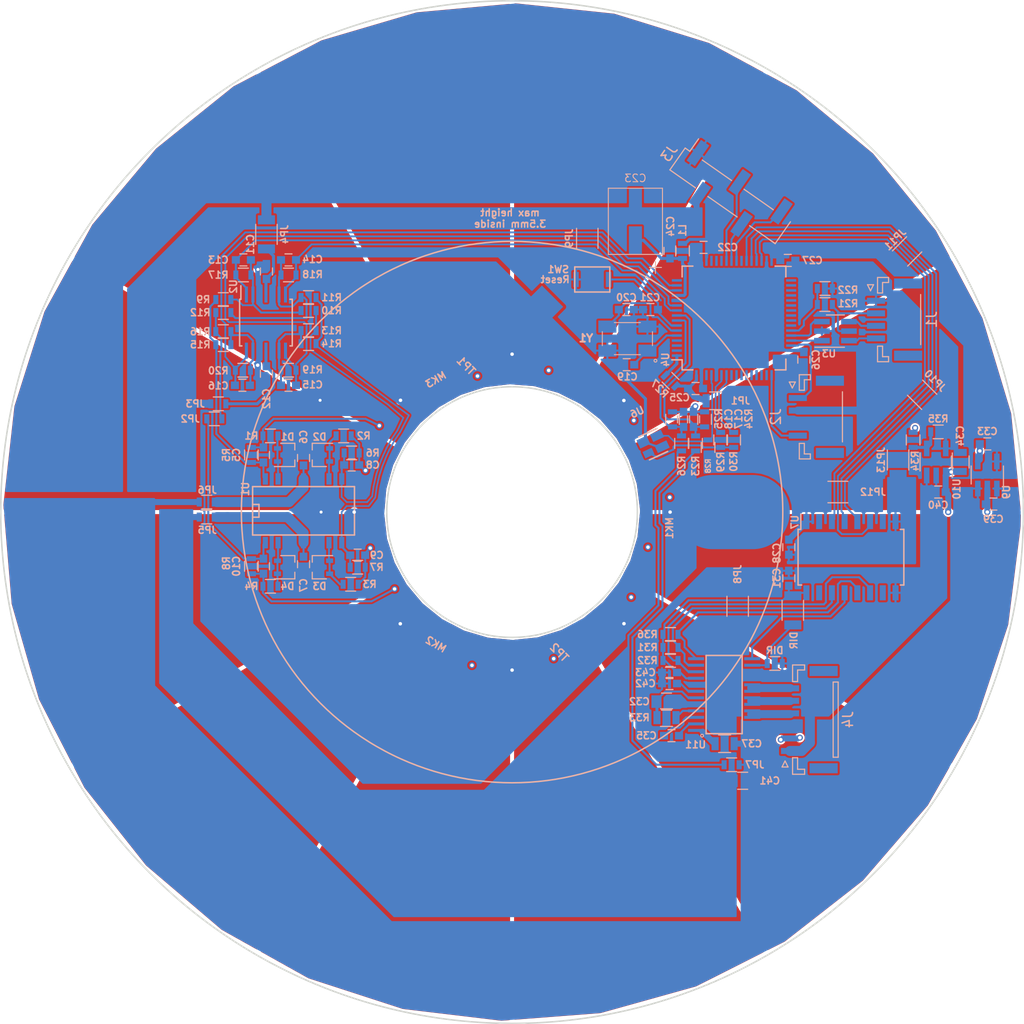
<source format=kicad_pcb>
(kicad_pcb (version 20171130) (host pcbnew "(2017-12-21 revision 7586afd53)-makepkg")
  (title_block (title "Field Mill") (date 2017-12-27) (rev A))
  (layers (0 F.Cu signal hide) (1 In1.Cu signal hide) (2 In2.Cu signal hide) (31 B.Cu signal) (34 B.Paste user) (35 F.Paste user) (36 B.SilkS user) (37 F.SilkS user) (38 B.Mask user) (39 F.Mask user hide) (44 Edge.Cuts user))
  (net 0 "")
  (net 1 GND)
  (net 2 "Net-(C10-Pad2)")
  (net 3 /a)
  (net 4 B+)
  (net 5 B-)
  (net 6 /b)
  (net 7 /c)
  (net 8 /d)
  (net 9 +1.8V)
  (net 10 -1.8V)
  (net 11 "Net-(C13-Pad2)")
  (net 12 "Net-(C13-Pad1)")
  (net 13 "Net-(C14-Pad1)")
  (net 14 "Net-(C14-Pad2)")
  (net 15 "Net-(C15-Pad2)")
  (net 16 "Net-(C15-Pad1)")
  (net 17 "Net-(C16-Pad1)")
  (net 18 "Net-(C16-Pad2)")
  (net 19 "Net-(C17-Pad2)")
  (net 20 "Net-(C18-Pad1)")
  (net 21 "Net-(C19-Pad1)")
  (net 22 "Net-(C20-Pad1)")
  (net 23 V3P3)
  (net 24 "Net-(J1-Pad4)")
  (net 25 "Net-(J1-Pad3)")
  (net 26 "Net-(J1-Pad2)")
  (net 27 "Net-(R21-Pad1)")
  (net 28 "Net-(R31-Pad2)")
  (net 29 "Net-(R32-Pad2)")
  (net 30 "Net-(U3-Pad3)")
  (net 31 "Net-(U3-Pad1)")
  (net 32 "Net-(C23-Pad1)")
  (net 33 "Net-(C32-Pad1)")
  (net 34 "Net-(C35-Pad1)")
  (net 35 "Net-(C35-Pad2)")
  (net 36 "Net-(C37-Pad1)")
  (net 37 "Net-(C42-Pad2)")
  (net 38 "Net-(R27-Pad2)")
  (net 39 "Net-(R28-Pad1)")
  (net 40 "Net-(R29-Pad1)")
  (net 41 "Net-(R33-Pad1)")
  (net 42 "Net-(R34-Pad1)")
  (net 43 "Net-(U4-Pad30)")
  (net 44 "Net-(U4-Pad29)")
  (net 45 "Net-(U4-Pad28)")
  (net 46 "Net-(U4-Pad27)")
  (net 47 "Net-(U11-Pad13)")
  (net 48 "Net-(J4-Pad4)")
  (net 49 "Net-(J4-Pad5)")
  (net 50 "Net-(J4-Pad6)")
  (net 51 "Net-(R36-Pad2)")
  (net 52 "Net-(C21-Pad1)")
  (net 53 "Net-(JP2-Pad2)")
  (net 54 "Net-(C11-Pad1)")
  (net 55 "Net-(C12-Pad1)")
  (net 56 "Net-(C6-Pad1)")
  (net 57 "Net-(C7-Pad1)")
  (net 58 "Net-(R37-Pad2)")
  (net 59 "Net-(C5-Pad2)")
  (net 60 "Net-(C8-Pad2)")
  (net 61 "Net-(C9-Pad2)")
  (net 62 "Net-(D1-Pad1)")
  (net 63 "Net-(D2-Pad1)")
  (net 64 "Net-(D3-Pad1)")
  (net 65 "Net-(D4-Pad1)")
  (net 66 "Net-(U4-Pad2)")
  (net 67 "Net-(U4-Pad3)")
  (net 68 "Net-(U4-Pad4)")
  (net 69 "Net-(U4-Pad16)")
  (net 70 "Net-(U4-Pad20)")
  (net 71 "Net-(U4-Pad21)")
  (net 72 "Net-(U4-Pad22)")
  (net 73 "Net-(U4-Pad26)")
  (net 74 "Net-(U4-Pad33)")
  (net 75 "Net-(U4-Pad34)")
  (net 76 "Net-(U4-Pad35)")
  (net 77 "Net-(U4-Pad36)")
  (net 78 "Net-(U4-Pad37)")
  (net 79 "Net-(U4-Pad38)")
  (net 80 "Net-(U4-Pad39)")
  (net 81 "Net-(U4-Pad40)")
  (net 82 "Net-(U4-Pad41)")
  (net 83 "Net-(U4-Pad42)")
  (net 84 "Net-(U4-Pad50)")
  (net 85 "Net-(U4-Pad51)")
  (net 86 "Net-(U4-Pad52)")
  (net 87 "Net-(U4-Pad53)")
  (net 88 "Net-(U4-Pad54)")
  (net 89 "Net-(U4-Pad55)")
  (net 90 "Net-(U4-Pad56)")
  (net 91 "Net-(U4-Pad62)")
  (net 92 "Net-(U7-Pad15)")
  (net 93 "Net-(U7-Pad10)")
  (net 94 "Net-(U7-Pad7)")
  (net 95 "Net-(U7-Pad2)")
  (net 96 "Net-(U4-Pad57)")
  (net 97 "Net-(J2-Pad1)")
  (net 98 "Net-(J2-Pad4)")
  (net 99 "Net-(J3-Pad4)")
  (net 100 "Net-(J3-Pad3)")
  (net 101 "Net-(R29-Pad2)")
  (net 102 "Net-(R30-Pad1)")
  (net 103 "Net-(J3-Pad5)")
  (module Resistors_SMD:R_0603 (layer B.Cu) (at 122.1 92.8 270)
    (fp_text reference R30 (at 2.15 0 270) (layer B.SilkS) (effects (font (size 0.7 0.7)) (justify mirror)))
    (fp_text value 180)
    (pad 2 smd rect (at 0.75 0 270) (size 0.5 0.9) (layers B.Cu B.Paste B.Mask) (net 101 "Net-(R29-Pad2)"))
    (pad 1 smd rect (at -0.75 0 270) (size 0.5 0.9) (layers B.Cu B.Paste B.Mask) (net 102 "Net-(R30-Pad1)"))
  )
  (module Resistors_SMD:R_0603 (layer B.Cu) (at 116 90.75 90)
    (fp_text reference R25 (at 0.05 4.6 90) (layer B.SilkS) (effects (font (size 0.7 0.7)) (justify mirror)))
    (fp_text value 1M)
    (pad 2 smd rect (at 0.75 0 90) (size 0.5 0.9) (layers B.Cu B.Paste B.Mask) (net 1 GND))
    (pad 1 smd rect (at -0.75 0 90) (size 0.5 0.9) (layers B.Cu B.Paste B.Mask) (net 20 "Net-(C18-Pad1)"))
  )
  (module "My footprints:SOT-23-6_Handsoldering" (layer B.Cu) (at 132.25 81.95)
    (fp_text reference U3 (at -0.65 2.25) (layer B.SilkS) (effects (font (size 0.7 0.7)) (justify mirror)))
    (fp_text value USBLC6-2)
    (pad 1 smd rect (at -1.35 0.95) (size 1.56 0.55) (layers B.Cu B.Paste B.Mask) (net 31 "Net-(U3-Pad1)"))
    (pad 2 smd rect (at -1.35 0) (size 1.56 0.55) (layers B.Cu B.Paste B.Mask) (net 10 -1.8V))
    (pad 3 smd rect (at -1.35 -0.95) (size 1.56 0.55) (layers B.Cu B.Paste B.Mask) (net 30 "Net-(U3-Pad3)"))
    (pad 4 smd rect (at 1.35 -0.95) (size 1.56 0.55) (layers B.Cu B.Paste B.Mask) (net 25 "Net-(J1-Pad3)"))
    (pad 6 smd rect (at 1.35 0.95) (size 1.56 0.55) (layers B.Cu B.Paste B.Mask) (net 24 "Net-(J1-Pad4)"))
    (pad 5 smd rect (at 1.35 0) (size 1.56 0.55) (layers B.Cu B.Paste B.Mask) (net 26 "Net-(J1-Pad2)"))
  )
  (module Resistors_SMD:R_0603 (layer B.Cu) (at 70.3 90.7)
    (fp_text reference JP2 (at -2.4 0) (layer B.SilkS) (effects (font (size 0.7 0.7)) (justify mirror)))
    (fp_text value "0603 hop")
    (pad 2 smd rect (at 0.75 0) (size 0.5 0.9) (layers B.Cu B.Paste B.Mask) (net 53 "Net-(JP2-Pad2)"))
    (pad 1 smd rect (at -0.75 0) (size 0.5 0.9) (layers B.Cu B.Paste B.Mask) (net 8 /d))
  )
  (module Housings_QFP:LQFP-64_10x10mm_Pitch0.5mm (layer B.Cu) (at 122.13326 80.641674)
    (fp_text reference U4 (at -6.83326 4.158326 90) (layer B.SilkS) (effects (font (size 0.7 0.7)) (justify mirror)))
    (fp_text value STM32L496RxT)
    (pad 1 smd rect (at -5.7 3.75) (size 1 0.25) (layers B.Cu B.Paste B.Mask) (net 38 "Net-(R27-Pad2)"))
    (pad 2 smd rect (at -5.7 3.25) (size 1 0.25) (layers B.Cu B.Paste B.Mask) (net 66 "Net-(U4-Pad2)"))
    (pad 3 smd rect (at -5.7 2.75) (size 1 0.25) (layers B.Cu B.Paste B.Mask) (net 67 "Net-(U4-Pad3)"))
    (pad 4 smd rect (at -5.7 2.25) (size 1 0.25) (layers B.Cu B.Paste B.Mask) (net 68 "Net-(U4-Pad4)"))
    (pad 5 smd rect (at -5.7 1.75) (size 1 0.25) (layers B.Cu B.Paste B.Mask) (net 21 "Net-(C19-Pad1)"))
    (pad 6 smd rect (at -5.7 1.25) (size 1 0.25) (layers B.Cu B.Paste B.Mask) (net 22 "Net-(C20-Pad1)"))
    (pad 7 smd rect (at -5.7 0.75) (size 1 0.25) (layers B.Cu B.Paste B.Mask) (net 52 "Net-(C21-Pad1)"))
    (pad 8 smd rect (at -5.7 0.25) (size 1 0.25) (layers B.Cu B.Paste B.Mask) (net 20 "Net-(C18-Pad1)"))
    (pad 9 smd rect (at -5.7 -0.25) (size 1 0.25) (layers B.Cu B.Paste B.Mask) (net 19 "Net-(C17-Pad2)"))
    (pad 10 smd rect (at -5.7 -0.75) (size 1 0.25) (layers B.Cu B.Paste B.Mask) (net 13 "Net-(C14-Pad1)"))
    (pad 11 smd rect (at -5.7 -1.25) (size 1 0.25) (layers B.Cu B.Paste B.Mask) (net 12 "Net-(C13-Pad1)"))
    (pad 12 smd rect (at -5.7 -1.75) (size 1 0.25) (layers B.Cu B.Paste B.Mask) (net 10 -1.8V))
    (pad 13 smd rect (at -5.7 -2.25) (size 1 0.25) (layers B.Cu B.Paste B.Mask) (net 32 "Net-(C23-Pad1)"))
    (pad 14 smd rect (at -5.7 -2.75) (size 1 0.25) (layers B.Cu B.Paste B.Mask) (net 16 "Net-(C15-Pad1)"))
    (pad 15 smd rect (at -5.7 -3.25) (size 1 0.25) (layers B.Cu B.Paste B.Mask) (net 17 "Net-(C16-Pad1)"))
    (pad 16 smd rect (at -5.7 -3.75) (size 1 0.25) (layers B.Cu B.Paste B.Mask) (net 69 "Net-(U4-Pad16)"))
    (pad 17 smd rect (at -3.75 -5.7 270) (size 1 0.25) (layers B.Cu B.Paste B.Mask) (net 10 -1.8V))
    (pad 18 smd rect (at -3.25 -5.7 270) (size 1 0.25) (layers B.Cu B.Paste B.Mask) (net 10 -1.8V))
    (pad 19 smd rect (at -2.75 -5.7 270) (size 1 0.25) (layers B.Cu B.Paste B.Mask) (net 9 +1.8V))
    (pad 20 smd rect (at -2.25 -5.7 270) (size 1 0.25) (layers B.Cu B.Paste B.Mask) (net 70 "Net-(U4-Pad20)"))
    (pad 21 smd rect (at -1.75 -5.7 270) (size 1 0.25) (layers B.Cu B.Paste B.Mask) (net 71 "Net-(U4-Pad21)"))
    (pad 22 smd rect (at -1.25 -5.7 270) (size 1 0.25) (layers B.Cu B.Paste B.Mask) (net 72 "Net-(U4-Pad22)"))
    (pad 23 smd rect (at -0.75 -5.7 270) (size 1 0.25) (layers B.Cu B.Paste B.Mask) (net 100 "Net-(J3-Pad3)"))
    (pad 24 smd rect (at -0.25 -5.7 270) (size 1 0.25) (layers B.Cu B.Paste B.Mask) (net 99 "Net-(J3-Pad4)"))
    (pad 25 smd rect (at 0.25 -5.7 270) (size 1 0.25) (layers B.Cu B.Paste B.Mask) (net 103 "Net-(J3-Pad5)"))
    (pad 26 smd rect (at 0.75 -5.7 270) (size 1 0.25) (layers B.Cu B.Paste B.Mask) (net 73 "Net-(U4-Pad26)"))
    (pad 27 smd rect (at 1.25 -5.7 270) (size 1 0.25) (layers B.Cu B.Paste B.Mask) (net 46 "Net-(U4-Pad27)"))
    (pad 28 smd rect (at 1.75 -5.7 270) (size 1 0.25) (layers B.Cu B.Paste B.Mask) (net 45 "Net-(U4-Pad28)"))
    (pad 29 smd rect (at 2.25 -5.7 270) (size 1 0.25) (layers B.Cu B.Paste B.Mask) (net 44 "Net-(U4-Pad29)"))
    (pad 30 smd rect (at 2.75 -5.7 270) (size 1 0.25) (layers B.Cu B.Paste B.Mask) (net 43 "Net-(U4-Pad30)"))
    (pad 31 smd rect (at 3.25 -5.7 270) (size 1 0.25) (layers B.Cu B.Paste B.Mask) (net 10 -1.8V))
    (pad 32 smd rect (at 3.75 -5.7 270) (size 1 0.25) (layers B.Cu B.Paste B.Mask) (net 9 +1.8V))
    (pad 33 smd rect (at 5.7 -3.75) (size 1 0.25) (layers B.Cu B.Paste B.Mask) (net 74 "Net-(U4-Pad33)"))
    (pad 34 smd rect (at 5.7 -3.25) (size 1 0.25) (layers B.Cu B.Paste B.Mask) (net 75 "Net-(U4-Pad34)"))
    (pad 35 smd rect (at 5.7 -2.75) (size 1 0.25) (layers B.Cu B.Paste B.Mask) (net 76 "Net-(U4-Pad35)"))
    (pad 36 smd rect (at 5.7 -2.25) (size 1 0.25) (layers B.Cu B.Paste B.Mask) (net 77 "Net-(U4-Pad36)"))
    (pad 37 smd rect (at 5.7 -1.75) (size 1 0.25) (layers B.Cu B.Paste B.Mask) (net 78 "Net-(U4-Pad37)"))
    (pad 38 smd rect (at 5.7 -1.25) (size 1 0.25) (layers B.Cu B.Paste B.Mask) (net 79 "Net-(U4-Pad38)"))
    (pad 39 smd rect (at 5.7 -0.75) (size 1 0.25) (layers B.Cu B.Paste B.Mask) (net 80 "Net-(U4-Pad39)"))
    (pad 40 smd rect (at 5.7 -0.25) (size 1 0.25) (layers B.Cu B.Paste B.Mask) (net 81 "Net-(U4-Pad40)"))
    (pad 41 smd rect (at 5.7 0.25) (size 1 0.25) (layers B.Cu B.Paste B.Mask) (net 82 "Net-(U4-Pad41)"))
    (pad 42 smd rect (at 5.7 0.75) (size 1 0.25) (layers B.Cu B.Paste B.Mask) (net 83 "Net-(U4-Pad42)"))
    (pad 43 smd rect (at 5.7 1.25) (size 1 0.25) (layers B.Cu B.Paste B.Mask) (net 27 "Net-(R21-Pad1)"))
    (pad 44 smd rect (at 5.7 1.75) (size 1 0.25) (layers B.Cu B.Paste B.Mask) (net 30 "Net-(U3-Pad3)"))
    (pad 45 smd rect (at 5.7 2.25) (size 1 0.25) (layers B.Cu B.Paste B.Mask) (net 31 "Net-(U3-Pad1)"))
    (pad 46 smd rect (at 5.7 2.75) (size 1 0.25) (layers B.Cu B.Paste B.Mask) (net 97 "Net-(J2-Pad1)"))
    (pad 47 smd rect (at 5.7 3.25) (size 1 0.25) (layers B.Cu B.Paste B.Mask) (net 10 -1.8V))
    (pad 48 smd rect (at 5.7 3.75) (size 1 0.25) (layers B.Cu B.Paste B.Mask) (net 9 +1.8V))
    (pad 49 smd rect (at 3.75 5.7 270) (size 1 0.25) (layers B.Cu B.Paste B.Mask) (net 98 "Net-(J2-Pad4)"))
    (pad 50 smd rect (at 3.25 5.7 270) (size 1 0.25) (layers B.Cu B.Paste B.Mask) (net 84 "Net-(U4-Pad50)"))
    (pad 51 smd rect (at 2.75 5.7 270) (size 1 0.25) (layers B.Cu B.Paste B.Mask) (net 85 "Net-(U4-Pad51)"))
    (pad 52 smd rect (at 2.25 5.7 270) (size 1 0.25) (layers B.Cu B.Paste B.Mask) (net 86 "Net-(U4-Pad52)"))
    (pad 53 smd rect (at 1.75 5.7 270) (size 1 0.25) (layers B.Cu B.Paste B.Mask) (net 87 "Net-(U4-Pad53)"))
    (pad 54 smd rect (at 1.25 5.7 270) (size 1 0.25) (layers B.Cu B.Paste B.Mask) (net 88 "Net-(U4-Pad54)"))
    (pad 55 smd rect (at 0.75 5.7 270) (size 1 0.25) (layers B.Cu B.Paste B.Mask) (net 89 "Net-(U4-Pad55)"))
    (pad 56 smd rect (at 0.25 5.7 270) (size 1 0.25) (layers B.Cu B.Paste B.Mask) (net 90 "Net-(U4-Pad56)"))
    (pad 57 smd rect (at -0.25 5.7 270) (size 1 0.25) (layers B.Cu B.Paste B.Mask) (net 96 "Net-(U4-Pad57)"))
    (pad 58 smd rect (at -0.75 5.7 270) (size 1 0.25) (layers B.Cu B.Paste B.Mask) (net 102 "Net-(R30-Pad1)"))
    (pad 59 smd rect (at -1.25 5.7 270) (size 1 0.25) (layers B.Cu B.Paste B.Mask) (net 40 "Net-(R29-Pad1)"))
    (pad 60 smd rect (at -1.75 5.7 270) (size 1 0.25) (layers B.Cu B.Paste B.Mask) (net 10 -1.8V))
    (pad 61 smd rect (at -2.25 5.7 270) (size 1 0.25) (layers B.Cu B.Paste B.Mask) (net 39 "Net-(R28-Pad1)"))
    (pad 62 smd rect (at -2.75 5.7 270) (size 1 0.25) (layers B.Cu B.Paste B.Mask) (net 91 "Net-(U4-Pad62)"))
    (pad 63 smd rect (at -3.25 5.7 270) (size 1 0.25) (layers B.Cu B.Paste B.Mask) (net 10 -1.8V))
    (pad 64 smd rect (at -3.75 5.7 270) (size 1 0.25) (layers B.Cu B.Paste B.Mask) (net 9 +1.8V))
  )
  (module Resistors_SMD:R_0603 (layer B.Cu) (at 77.7 85.85 180)
    (fp_text reference R19 (at -2.4 0.05 180) (layer B.SilkS) (effects (font (size 0.7 0.7)) (justify mirror)))
    (fp_text value 3k)
    (pad 2 smd rect (at 0.75 0 180) (size 0.5 0.9) (layers B.Cu B.Paste B.Mask) (net 15 "Net-(C15-Pad2)"))
    (pad 1 smd rect (at -0.75 0 180) (size 0.5 0.9) (layers B.Cu B.Paste B.Mask) (net 16 "Net-(C15-Pad1)"))
  )
  (module "My footprints:brush_pad" (layer B.Cu) (at 100.5 82 315)
    (fp_text reference TP1 (at -1.202082 6.010408 315) (layer B.SilkS) (effects (font (size 0.762 0.762)) (justify mirror)))
    (fp_text value "Brush pads" hide)
    (pad 1 smd rect (at 0 0 315) (size 3 10) (layers B.Cu B.Paste B.Mask) (net 1 GND))
  )
  (module "My footprints:brush_pad" (layer B.Cu) (at 99.5 118 315)
    (fp_text reference TP2 (at 0.848528 -6.505382 315) (layer B.SilkS) (effects (font (size 0.762 0.762)) (justify mirror)))
    (fp_text value "Brush pad" hide)
    (pad 1 smd rect (at 0 0 315) (size 3 10) (layers B.Cu B.Paste B.Mask) (net 1 GND))
  )
  (module Capacitors_SMD:C_0603 (layer B.Cu) (at 75.2 94.3 90)
    (fp_text reference C5 (at 0 -2.7 90) (layer B.SilkS) (effects (font (size 0.7 0.7)) (justify mirror)))
    (fp_text value 220p)
    (pad 1 smd rect (at -0.75 0 90) (size 0.8 0.75) (layers B.Cu B.Paste B.Mask) (net 3 /a))
    (pad 2 smd rect (at 0.75 0 90) (size 0.8 0.75) (layers B.Cu B.Paste B.Mask) (net 59 "Net-(C5-Pad2)"))
  )
  (module Capacitors_SMD:C_0603 (layer B.Cu) (at 79.2 94.6 90)
    (fp_text reference C6 (at 2.1 0 270) (layer B.SilkS) (effects (font (size 0.7 0.7)) (justify mirror)))
    (fp_text value 100n)
    (pad 2 smd rect (at 0.75 0 90) (size 0.8 0.75) (layers B.Cu B.Paste B.Mask) (net 1 GND))
    (pad 1 smd rect (at -0.75 0 90) (size 0.8 0.75) (layers B.Cu B.Paste B.Mask) (net 56 "Net-(C6-Pad1)"))
  )
  (module Capacitors_SMD:C_0603 (layer B.Cu) (at 79.2 105.2 270)
    (fp_text reference C7 (at 2.1 0 90) (layer B.SilkS) (effects (font (size 0.7 0.7)) (justify mirror)))
    (fp_text value 100n)
    (pad 1 smd rect (at -0.75 0 270) (size 0.8 0.75) (layers B.Cu B.Paste B.Mask) (net 57 "Net-(C7-Pad1)"))
    (pad 2 smd rect (at 0.75 0 270) (size 0.8 0.75) (layers B.Cu B.Paste B.Mask) (net 1 GND))
  )
  (module Capacitors_SMD:C_0603 (layer B.Cu) (at 84 95.3)
    (fp_text reference C8 (at 2.1 0) (layer B.SilkS) (effects (font (size 0.7 0.7)) (justify mirror)))
    (fp_text value 220p)
    (pad 1 smd rect (at -0.75 0) (size 0.8 0.75) (layers B.Cu B.Paste B.Mask) (net 6 /b))
    (pad 2 smd rect (at 0.75 0) (size 0.8 0.75) (layers B.Cu B.Paste B.Mask) (net 60 "Net-(C8-Pad2)"))
  )
  (module Capacitors_SMD:C_0603 (layer B.Cu) (at 84.6 104.3)
    (fp_text reference C9 (at 1.9 0) (layer B.SilkS) (effects (font (size 0.7 0.7)) (justify mirror)))
    (fp_text value 220p)
    (pad 2 smd rect (at 0.75 0) (size 0.8 0.75) (layers B.Cu B.Paste B.Mask) (net 61 "Net-(C9-Pad2)"))
    (pad 1 smd rect (at -0.75 0) (size 0.8 0.75) (layers B.Cu B.Paste B.Mask) (net 7 /c))
  )
  (module Capacitors_SMD:C_0603 (layer B.Cu) (at 75.2 105.4 270)
    (fp_text reference C10 (at 0 2.7 270) (layer B.SilkS) (effects (font (size 0.7 0.7)) (justify mirror)))
    (fp_text value 220p)
    (pad 1 smd rect (at -0.75 0 270) (size 0.8 0.75) (layers B.Cu B.Paste B.Mask) (net 8 /d))
    (pad 2 smd rect (at 0.75 0 270) (size 0.8 0.75) (layers B.Cu B.Paste B.Mask) (net 2 "Net-(C10-Pad2)"))
  )
  (module Capacitors_SMD:C_0603 (layer B.Cu) (at 75.5 76 90)
    (fp_text reference C11 (at 2.7 -1.6 90) (layer B.SilkS) (effects (font (size 0.7 0.7)) (justify mirror)))
    (fp_text value 100n)
    (pad 1 smd rect (at -0.75 0 90) (size 0.8 0.75) (layers B.Cu B.Paste B.Mask) (net 54 "Net-(C11-Pad1)"))
    (pad 2 smd rect (at 0.75 0 90) (size 0.8 0.75) (layers B.Cu B.Paste B.Mask) (net 1 GND))
  )
  (module Capacitors_SMD:C_0603 (layer B.Cu) (at 75.5 86.2 270)
    (fp_text reference C12 (at 2.5 0 270) (layer B.SilkS) (effects (font (size 0.7 0.7)) (justify mirror)))
    (fp_text value 100n)
    (pad 2 smd rect (at 0.75 0 270) (size 0.8 0.75) (layers B.Cu B.Paste B.Mask) (net 1 GND))
    (pad 1 smd rect (at -0.75 0 270) (size 0.8 0.75) (layers B.Cu B.Paste B.Mask) (net 55 "Net-(C12-Pad1)"))
  )
  (module Capacitors_SMD:C_0603 (layer B.Cu) (at 73.2 74.85)
    (fp_text reference C13 (at -2.5 0) (layer B.SilkS) (effects (font (size 0.7 0.7)) (justify mirror)))
    (fp_text value 10n)
    (pad 2 smd rect (at 0.75 0) (size 0.8 0.75) (layers B.Cu B.Paste B.Mask) (net 11 "Net-(C13-Pad2)"))
    (pad 1 smd rect (at -0.75 0) (size 0.8 0.75) (layers B.Cu B.Paste B.Mask) (net 12 "Net-(C13-Pad1)"))
  )
  (module Capacitors_SMD:C_0603 (layer B.Cu) (at 77.7 74.85 180)
    (fp_text reference C14 (at -2.4 0.05 180) (layer B.SilkS) (effects (font (size 0.7 0.7)) (justify mirror)))
    (fp_text value 10n)
    (pad 1 smd rect (at -0.75 0 180) (size 0.8 0.75) (layers B.Cu B.Paste B.Mask) (net 13 "Net-(C14-Pad1)"))
    (pad 2 smd rect (at 0.75 0 180) (size 0.8 0.75) (layers B.Cu B.Paste B.Mask) (net 14 "Net-(C14-Pad2)"))
  )
  (module Capacitors_SMD:C_0603 (layer B.Cu) (at 77.7 87.35 180)
    (fp_text reference C15 (at -2.4 0.05 180) (layer B.SilkS) (effects (font (size 0.7 0.7)) (justify mirror)))
    (fp_text value 10n)
    (pad 2 smd rect (at 0.75 0 180) (size 0.8 0.75) (layers B.Cu B.Paste B.Mask) (net 15 "Net-(C15-Pad2)"))
    (pad 1 smd rect (at -0.75 0 180) (size 0.8 0.75) (layers B.Cu B.Paste B.Mask) (net 16 "Net-(C15-Pad1)"))
  )
  (module Capacitors_SMD:C_0603 (layer B.Cu) (at 73.1 87.35)
    (fp_text reference C16 (at -2.4 0.05) (layer B.SilkS) (effects (font (size 0.7 0.7)) (justify mirror)))
    (fp_text value 10n)
    (pad 1 smd rect (at -0.75 0) (size 0.8 0.75) (layers B.Cu B.Paste B.Mask) (net 17 "Net-(C16-Pad1)"))
    (pad 2 smd rect (at 0.75 0) (size 0.8 0.75) (layers B.Cu B.Paste B.Mask) (net 18 "Net-(C16-Pad2)"))
  )
  (module Capacitors_SMD:C_0603 (layer B.Cu) (at 118.1 90.75 270)
    (fp_text reference C17 (at -0.05 -4.5 90) (layer B.SilkS) (effects (font (size 0.7 0.7)) (justify mirror)))
    (fp_text value 100n)
    (pad 1 smd rect (at -0.75 0 270) (size 0.8 0.75) (layers B.Cu B.Paste B.Mask) (net 1 GND))
    (pad 2 smd rect (at 0.75 0 270) (size 0.8 0.75) (layers B.Cu B.Paste B.Mask) (net 19 "Net-(C17-Pad2)"))
  )
  (module Capacitors_SMD:C_0603 (layer B.Cu) (at 117.1 90.75 90)
    (fp_text reference C18 (at 0.05 4.5 270) (layer B.SilkS) (effects (font (size 0.7 0.7)) (justify mirror)))
    (fp_text value 100n)
    (pad 2 smd rect (at 0.75 0 90) (size 0.8 0.75) (layers B.Cu B.Paste B.Mask) (net 1 GND))
    (pad 1 smd rect (at -0.75 0 90) (size 0.8 0.75) (layers B.Cu B.Paste B.Mask) (net 20 "Net-(C18-Pad1)"))
  )
  (module Capacitors_SMD:C_0603 (layer B.Cu) (at 111.43326 85.3 180)
    (fp_text reference C19 (at -0.06674 -1.2 180) (layer B.SilkS) (effects (font (size 0.7 0.7)) (justify mirror)))
    (fp_text value 10p)
    (pad 1 smd rect (at -0.75 0 180) (size 0.8 0.75) (layers B.Cu B.Paste B.Mask) (net 21 "Net-(C19-Pad1)"))
    (pad 2 smd rect (at 0.75 0 180) (size 0.8 0.75) (layers B.Cu B.Paste B.Mask) (net 10 -1.8V))
  )
  (module Capacitors_SMD:C_0603 (layer B.Cu) (at 111.4 79.8)
    (fp_text reference C20 (at 0 -1.2) (layer B.SilkS) (effects (font (size 0.7 0.7)) (justify mirror)))
    (fp_text value 10p)
    (pad 1 smd rect (at -0.75 0) (size 0.8 0.75) (layers B.Cu B.Paste B.Mask) (net 22 "Net-(C20-Pad1)"))
    (pad 2 smd rect (at 0.75 0) (size 0.8 0.75) (layers B.Cu B.Paste B.Mask) (net 10 -1.8V))
  )
  (module Capacitors_SMD:C_0603 (layer B.Cu) (at 113.8 79.8 180)
    (fp_text reference C21 (at 0.05 1.2 180) (layer B.SilkS) (effects (font (size 0.7 0.7)) (justify mirror)))
    (fp_text value 100n)
    (pad 2 smd rect (at 0.75 0 180) (size 0.8 0.75) (layers B.Cu B.Paste B.Mask) (net 10 -1.8V))
    (pad 1 smd rect (at -0.75 0 180) (size 0.8 0.75) (layers B.Cu B.Paste B.Mask) (net 52 "Net-(C21-Pad1)"))
  )
  (module Capacitors_SMD:C_0603 (layer B.Cu) (at 119.1 73.6 180)
    (fp_text reference C22 (at -2.4 0 180) (layer B.SilkS) (effects (font (size 0.7 0.7)) (justify mirror)))
    (fp_text value 100n)
    (pad 1 smd rect (at -0.75 0 180) (size 0.8 0.75) (layers B.Cu B.Paste B.Mask) (net 9 +1.8V))
    (pad 2 smd rect (at 0.75 0 180) (size 0.8 0.75) (layers B.Cu B.Paste B.Mask) (net 10 -1.8V))
  )
  (module Capacitors_SMD:C_0603 (layer B.Cu) (at 115.75 73.95 90)
    (fp_text reference C24 (at 2.45 0.05 90) (layer B.SilkS) (effects (font (size 0.7 0.7)) (justify mirror)))
    (fp_text value 100n)
    (pad 1 smd rect (at -0.75 0 90) (size 0.8 0.75) (layers B.Cu B.Paste B.Mask) (net 32 "Net-(C23-Pad1)"))
    (pad 2 smd rect (at 0.75 0 90) (size 0.8 0.75) (layers B.Cu B.Paste B.Mask) (net 10 -1.8V))
  )
  (module Capacitors_SMD:C_0603 (layer B.Cu) (at 118.3 87.675)
    (fp_text reference C25 (at -1.6 0.9) (layer B.SilkS) (effects (font (size 0.7 0.7)) (justify mirror)))
    (fp_text value 100n)
    (pad 1 smd rect (at -0.75 0) (size 0.8 0.75) (layers B.Cu B.Paste B.Mask) (net 9 +1.8V))
    (pad 2 smd rect (at 0.75 0) (size 0.8 0.75) (layers B.Cu B.Paste B.Mask) (net 10 -1.8V))
  )
  (module Capacitors_SMD:C_0603 (layer B.Cu) (at 127.5 74.9)
    (fp_text reference C27 (at 2.45 0) (layer B.SilkS) (effects (font (size 0.7 0.7)) (justify mirror)))
    (fp_text value 100n)
    (pad 2 smd rect (at 0.75 0) (size 0.8 0.75) (layers B.Cu B.Paste B.Mask) (net 10 -1.8V))
    (pad 1 smd rect (at -0.75 0) (size 0.8 0.75) (layers B.Cu B.Paste B.Mask) (net 9 +1.8V))
  )
  (module Capacitors_SMD:C_0603 (layer B.Cu) (at 127.6 103.5 90)
    (fp_text reference C28 (at -0.6 -1.2 90) (layer B.SilkS) (effects (font (size 0.7 0.7)) (justify mirror)))
    (fp_text value 100n)
    (pad 2 smd rect (at 0.75 0 90) (size 0.8 0.75) (layers B.Cu B.Paste B.Mask) (net 9 +1.8V))
    (pad 1 smd rect (at -0.75 0 90) (size 0.8 0.75) (layers B.Cu B.Paste B.Mask) (net 10 -1.8V))
  )
  (module Capacitors_SMD:C_0603 (layer B.Cu) (at 127.6 106.6 270)
    (fp_text reference C31 (at 0 1.2 270) (layer B.SilkS) (effects (font (size 0.7 0.7)) (justify mirror)))
    (fp_text value 100n)
    (pad 1 smd rect (at -0.75 0 270) (size 0.8 0.75) (layers B.Cu B.Paste B.Mask) (net 5 B-))
    (pad 2 smd rect (at 0.75 0 270) (size 0.8 0.75) (layers B.Cu B.Paste B.Mask) (net 23 V3P3))
  )
  (module Capacitors_SMD:C_0603 (layer B.Cu) (at 147.4 93.2)
    (fp_text reference C33 (at 0 -1.25) (layer B.SilkS) (effects (font (size 0.7 0.7)) (justify mirror)))
    (fp_text value 2.2u)
    (pad 2 smd rect (at 0.75 0) (size 0.8 0.75) (layers B.Cu B.Paste B.Mask) (net 9 +1.8V))
    (pad 1 smd rect (at -0.75 0) (size 0.8 0.75) (layers B.Cu B.Paste B.Mask) (net 1 GND))
  )
  (module Capacitors_SMD:C_0603 (layer B.Cu) (at 148 99.2)
    (fp_text reference C39 (at 0 1.5) (layer B.SilkS) (effects (font (size 0.7 0.7)) (justify mirror)))
    (fp_text value 1u)
    (pad 2 smd rect (at 0.75 0) (size 0.8 0.75) (layers B.Cu B.Paste B.Mask) (net 4 B+))
    (pad 1 smd rect (at -0.75 0) (size 0.8 0.75) (layers B.Cu B.Paste B.Mask) (net 1 GND))
  )
  (module Connectors_JST:JST_GH_SM04B-GHS-TB_04x1.25mm_Angled (layer B.Cu) (at 137.9 80.8 270)
    (fp_text reference J1 (at 0 -3.95 270) (layer B.SilkS) (effects (justify mirror)))
    (fp_text value "USB debug")
    (pad 1 smd rect (at -1.875 1.6 270) (size 0.6 1.8) (layers B.Cu B.Paste B.Mask) (net 10 -1.8V))
    (pad 2 smd rect (at -0.625 1.6 270) (size 0.6 1.8) (layers B.Cu B.Paste B.Mask) (net 26 "Net-(J1-Pad2)"))
    (pad 3 smd rect (at 0.625 1.6 270) (size 0.6 1.8) (layers B.Cu B.Paste B.Mask) (net 25 "Net-(J1-Pad3)"))
    (pad 4 smd rect (at 1.875 1.6 270) (size 0.6 1.8) (layers B.Cu B.Paste B.Mask) (net 24 "Net-(J1-Pad4)"))
    (pad "" smd rect (at 3.6 -1.6 270) (size 1 2.8) (layers B.Cu B.Paste B.Mask))
    (pad "" smd rect (at -3.6 -1.6 270) (size 1 2.8) (layers B.Cu B.Paste B.Mask))
  )
  (module Resistors_SMD:R_0603 (layer B.Cu) (at 75.9 92.4 180)
    (fp_text reference R1 (at 1.9 0 180) (layer B.SilkS) (effects (font (size 0.7 0.7)) (justify mirror)))
    (fp_text value 47k)
    (pad 2 smd rect (at 0.75 0 180) (size 0.5 0.9) (layers B.Cu B.Paste B.Mask) (net 59 "Net-(C5-Pad2)"))
    (pad 1 smd rect (at -0.75 0 180) (size 0.5 0.9) (layers B.Cu B.Paste B.Mask) (net 62 "Net-(D1-Pad1)"))
  )
  (module Resistors_SMD:R_0603 (layer B.Cu) (at 83.2 92.4)
    (fp_text reference R2 (at 2 0 180) (layer B.SilkS) (effects (font (size 0.7 0.7)) (justify mirror)))
    (fp_text value 47k)
    (pad 1 smd rect (at -0.75 0) (size 0.5 0.9) (layers B.Cu B.Paste B.Mask) (net 63 "Net-(D2-Pad1)"))
    (pad 2 smd rect (at 0.75 0) (size 0.5 0.9) (layers B.Cu B.Paste B.Mask) (net 60 "Net-(C8-Pad2)"))
  )
  (module Resistors_SMD:R_0603 (layer B.Cu) (at 83.9 107.2)
    (fp_text reference R3 (at 1.9 0 -180) (layer B.SilkS) (effects (font (size 0.7 0.7)) (justify mirror)))
    (fp_text value 47k)
    (pad 2 smd rect (at 0.75 0) (size 0.5 0.9) (layers B.Cu B.Paste B.Mask) (net 61 "Net-(C9-Pad2)"))
    (pad 1 smd rect (at -0.75 0) (size 0.5 0.9) (layers B.Cu B.Paste B.Mask) (net 64 "Net-(D3-Pad1)"))
  )
  (module Resistors_SMD:R_0603 (layer B.Cu) (at 75.9 107.4 180)
    (fp_text reference R4 (at 1.9 0 180) (layer B.SilkS) (effects (font (size 0.7 0.7)) (justify mirror)))
    (fp_text value 47k)
    (pad 1 smd rect (at -0.75 0 180) (size 0.5 0.9) (layers B.Cu B.Paste B.Mask) (net 65 "Net-(D4-Pad1)"))
    (pad 2 smd rect (at 0.75 0 180) (size 0.5 0.9) (layers B.Cu B.Paste B.Mask) (net 2 "Net-(C10-Pad2)"))
  )
  (module Resistors_SMD:R_0603 (layer B.Cu) (at 74 94.3 90)
    (fp_text reference R5 (at 0 -2.5 90) (layer B.SilkS) (effects (font (size 0.7 0.7)) (justify mirror)))
    (fp_text value 47M)
    (pad 2 smd rect (at 0.75 0 90) (size 0.5 0.9) (layers B.Cu B.Paste B.Mask) (net 59 "Net-(C5-Pad2)"))
    (pad 1 smd rect (at -0.75 0 90) (size 0.5 0.9) (layers B.Cu B.Paste B.Mask) (net 3 /a))
  )
  (module Resistors_SMD:R_0603 (layer B.Cu) (at 84 94.1)
    (fp_text reference R6 (at 2.1 0) (layer B.SilkS) (effects (font (size 0.7 0.7)) (justify mirror)))
    (fp_text value 47M)
    (pad 1 smd rect (at -0.75 0) (size 0.5 0.9) (layers B.Cu B.Paste B.Mask) (net 6 /b))
    (pad 2 smd rect (at 0.75 0) (size 0.5 0.9) (layers B.Cu B.Paste B.Mask) (net 60 "Net-(C8-Pad2)"))
  )
  (module Resistors_SMD:R_0603 (layer B.Cu) (at 84.6 105.5)
    (fp_text reference R7 (at 1.9 0) (layer B.SilkS) (effects (font (size 0.7 0.7)) (justify mirror)))
    (fp_text value 47M)
    (pad 1 smd rect (at -0.75 0) (size 0.5 0.9) (layers B.Cu B.Paste B.Mask) (net 7 /c))
    (pad 2 smd rect (at 0.75 0) (size 0.5 0.9) (layers B.Cu B.Paste B.Mask) (net 61 "Net-(C9-Pad2)"))
  )
  (module Resistors_SMD:R_0603 (layer B.Cu) (at 74 105.4 270)
    (fp_text reference R8 (at -0.3 2.5 270) (layer B.SilkS) (effects (font (size 0.7 0.7)) (justify mirror)))
    (fp_text value 47M)
    (pad 2 smd rect (at 0.75 0 270) (size 0.5 0.9) (layers B.Cu B.Paste B.Mask) (net 2 "Net-(C10-Pad2)"))
    (pad 1 smd rect (at -0.75 0 270) (size 0.5 0.9) (layers B.Cu B.Paste B.Mask) (net 8 /d))
  )
  (module Resistors_SMD:R_0603 (layer B.Cu) (at 71.2 78.8 180)
    (fp_text reference R9 (at 2 0 180) (layer B.SilkS) (effects (font (size 0.7 0.7)) (justify mirror)))
    (fp_text value 12k)
    (pad 1 smd rect (at -0.75 0 180) (size 0.5 0.9) (layers B.Cu B.Paste B.Mask) (net 11 "Net-(C13-Pad2)"))
    (pad 2 smd rect (at 0.75 0 180) (size 0.5 0.9) (layers B.Cu B.Paste B.Mask) (net 3 /a))
  )
  (module Resistors_SMD:R_0603 (layer B.Cu) (at 79.7 79.9)
    (fp_text reference R10 (at 2.3 0) (layer B.SilkS) (effects (font (size 0.7 0.7)) (justify mirror)))
    (fp_text value 12k)
    (pad 2 smd rect (at 0.75 0) (size 0.5 0.9) (layers B.Cu B.Paste B.Mask) (net 6 /b))
    (pad 1 smd rect (at -0.75 0) (size 0.5 0.9) (layers B.Cu B.Paste B.Mask) (net 11 "Net-(C13-Pad2)"))
  )
  (module Resistors_SMD:R_0603 (layer B.Cu) (at 79.7 78.6)
    (fp_text reference R11 (at 2.3 0) (layer B.SilkS) (effects (font (size 0.7 0.7)) (justify mirror)))
    (fp_text value 12k)
    (pad 2 smd rect (at 0.75 0) (size 0.5 0.9) (layers B.Cu B.Paste B.Mask) (net 7 /c))
    (pad 1 smd rect (at -0.75 0) (size 0.5 0.9) (layers B.Cu B.Paste B.Mask) (net 14 "Net-(C14-Pad2)"))
  )
  (module Resistors_SMD:R_0603 (layer B.Cu) (at 71.2 80.1 180)
    (fp_text reference R12 (at 2.3 0 180) (layer B.SilkS) (effects (font (size 0.7 0.7)) (justify mirror)))
    (fp_text value 12k)
    (pad 2 smd rect (at 0.75 0 180) (size 0.5 0.9) (layers B.Cu B.Paste B.Mask) (net 53 "Net-(JP2-Pad2)"))
    (pad 1 smd rect (at -0.75 0 180) (size 0.5 0.9) (layers B.Cu B.Paste B.Mask) (net 14 "Net-(C14-Pad2)"))
  )
  (module Resistors_SMD:R_0603 (layer B.Cu) (at 79.7 81.9)
    (fp_text reference R13 (at 2.3 0) (layer B.SilkS) (effects (font (size 0.7 0.7)) (justify mirror)))
    (fp_text value 12k)
    (pad 2 smd rect (at 0.75 0) (size 0.5 0.9) (layers B.Cu B.Paste B.Mask) (net 6 /b))
    (pad 1 smd rect (at -0.75 0) (size 0.5 0.9) (layers B.Cu B.Paste B.Mask) (net 15 "Net-(C15-Pad2)"))
  )
  (module Resistors_SMD:R_0603 (layer B.Cu) (at 79.7 83.2)
    (fp_text reference R14 (at 2.3 0) (layer B.SilkS) (effects (font (size 0.7 0.7)) (justify mirror)))
    (fp_text value 12k)
    (pad 1 smd rect (at -0.75 0) (size 0.5 0.9) (layers B.Cu B.Paste B.Mask) (net 15 "Net-(C15-Pad2)"))
    (pad 2 smd rect (at 0.75 0) (size 0.5 0.9) (layers B.Cu B.Paste B.Mask) (net 7 /c))
  )
  (module Resistors_SMD:R_0603 (layer B.Cu) (at 71.2 83.3 180)
    (fp_text reference R15 (at 2.3 0 180) (layer B.SilkS) (effects (font (size 0.7 0.7)) (justify mirror)))
    (fp_text value 12k)
    (pad 1 smd rect (at -0.75 0 180) (size 0.5 0.9) (layers B.Cu B.Paste B.Mask) (net 18 "Net-(C16-Pad2)"))
    (pad 2 smd rect (at 0.75 0 180) (size 0.5 0.9) (layers B.Cu B.Paste B.Mask) (net 3 /a))
  )
  (module Resistors_SMD:R_0603 (layer B.Cu) (at 71.2 82 180)
    (fp_text reference R16 (at 2.3 0 180) (layer B.SilkS) (effects (font (size 0.7 0.7)) (justify mirror)))
    (fp_text value 12k)
    (pad 2 smd rect (at 0.75 0 180) (size 0.5 0.9) (layers B.Cu B.Paste B.Mask) (net 53 "Net-(JP2-Pad2)"))
    (pad 1 smd rect (at -0.75 0 180) (size 0.5 0.9) (layers B.Cu B.Paste B.Mask) (net 18 "Net-(C16-Pad2)"))
  )
  (module Resistors_SMD:R_0603 (layer B.Cu) (at 73.2 76.35)
    (fp_text reference R17 (at -2.5 0) (layer B.SilkS) (effects (font (size 0.7 0.7)) (justify mirror)))
    (fp_text value 3k)
    (pad 2 smd rect (at 0.75 0) (size 0.5 0.9) (layers B.Cu B.Paste B.Mask) (net 11 "Net-(C13-Pad2)"))
    (pad 1 smd rect (at -0.75 0) (size 0.5 0.9) (layers B.Cu B.Paste B.Mask) (net 12 "Net-(C13-Pad1)"))
  )
  (module Resistors_SMD:R_0603 (layer B.Cu) (at 77.7 76.35 180)
    (fp_text reference R18 (at -2.4 0.05 180) (layer B.SilkS) (effects (font (size 0.7 0.7)) (justify mirror)))
    (fp_text value 3k)
    (pad 1 smd rect (at -0.75 0 180) (size 0.5 0.9) (layers B.Cu B.Paste B.Mask) (net 13 "Net-(C14-Pad1)"))
    (pad 2 smd rect (at 0.75 0 180) (size 0.5 0.9) (layers B.Cu B.Paste B.Mask) (net 14 "Net-(C14-Pad2)"))
  )
  (module Resistors_SMD:R_0603 (layer B.Cu) (at 73.15 85.85)
    (fp_text reference R20 (at -2.45 0.05) (layer B.SilkS) (effects (font (size 0.7 0.7)) (justify mirror)))
    (fp_text value 3k)
    (pad 1 smd rect (at -0.75 0) (size 0.5 0.9) (layers B.Cu B.Paste B.Mask) (net 17 "Net-(C16-Pad1)"))
    (pad 2 smd rect (at 0.75 0) (size 0.5 0.9) (layers B.Cu B.Paste B.Mask) (net 18 "Net-(C16-Pad2)"))
  )
  (module Resistors_SMD:R_0603 (layer B.Cu) (at 131.2 77.7)
    (fp_text reference R21 (at 2.3 1.5) (layer B.SilkS) (effects (font (size 0.7 0.7)) (justify mirror)))
    (fp_text value 620k)
    (pad 2 smd rect (at 0.75 0) (size 0.5 0.9) (layers B.Cu B.Paste B.Mask) (net 10 -1.8V))
    (pad 1 smd rect (at -0.75 0) (size 0.5 0.9) (layers B.Cu B.Paste B.Mask) (net 27 "Net-(R21-Pad1)"))
  )
  (module Resistors_SMD:R_0603 (layer B.Cu) (at 131.2 79.3 180)
    (fp_text reference R22 (at -2.3 1.45 180) (layer B.SilkS) (effects (font (size 0.7 0.7)) (justify mirror)))
    (fp_text value 430k)
    (pad 1 smd rect (at -0.75 0 180) (size 0.5 0.9) (layers B.Cu B.Paste B.Mask) (net 26 "Net-(J1-Pad2)"))
    (pad 2 smd rect (at 0.75 0 180) (size 0.5 0.9) (layers B.Cu B.Paste B.Mask) (net 27 "Net-(R21-Pad1)"))
  )
  (module Resistors_SMD:R_0603 (layer B.Cu) (at 118.3 93.15 270)
    (fp_text reference R23 (at 2.25 0 270) (layer B.SilkS) (effects (font (size 0.7 0.7)) (justify mirror)))
    (fp_text value 2M)
    (pad 2 smd rect (at 0.75 0 270) (size 0.5 0.9) (layers B.Cu B.Paste B.Mask) (net 4 B+))
    (pad 1 smd rect (at -0.75 0 270) (size 0.5 0.9) (layers B.Cu B.Paste B.Mask) (net 19 "Net-(C17-Pad2)"))
  )
  (module Resistors_SMD:R_0603 (layer B.Cu) (at 119.2 90.75 270)
    (fp_text reference R24 (at -0.05 -4.4 270) (layer B.SilkS) (effects (font (size 0.7 0.7)) (justify mirror)))
    (fp_text value 1M)
    (pad 1 smd rect (at -0.75 0 270) (size 0.5 0.9) (layers B.Cu B.Paste B.Mask) (net 1 GND))
    (pad 2 smd rect (at 0.75 0 270) (size 0.5 0.9) (layers B.Cu B.Paste B.Mask) (net 19 "Net-(C17-Pad2)"))
  )
  (module Resistors_SMD:R_0603 (layer B.Cu) (at 116.9 93.15 90)
    (fp_text reference R26 (at -2.25 0 90) (layer B.SilkS) (effects (font (size 0.7 0.7)) (justify mirror)))
    (fp_text value 2M)
    (pad 1 smd rect (at -0.75 0 90) (size 0.5 0.9) (layers B.Cu B.Paste B.Mask) (net 5 B-))
    (pad 2 smd rect (at 0.75 0 90) (size 0.5 0.9) (layers B.Cu B.Paste B.Mask) (net 20 "Net-(C18-Pad1)"))
  )
  (module Resistors_SMD:R_0603 (layer B.Cu) (at 115.8 86.9 135)
    (fp_text reference R27 (at 0.212132 -1.343503 135) (layer B.SilkS) (effects (font (size 0.7 0.7)) (justify mirror)))
    (fp_text value 0)
    (pad 1 smd rect (at -0.75 0 135) (size 0.5 0.9) (layers B.Cu B.Paste B.Mask) (net 9 +1.8V))
    (pad 2 smd rect (at 0.75 0 135) (size 0.5 0.9) (layers B.Cu B.Paste B.Mask) (net 38 "Net-(R27-Pad2)"))
  )
  (module Resistors_SMD:R_0603 (layer B.Cu) (at 119.55 93.55 270)
    (fp_text reference R28 (at 1.85 0 270) (layer B.SilkS) (effects (font (size 0.5 0.5) (thickness 0.125)) (justify mirror)))
    (fp_text value 10k)
    (pad 1 smd rect (at -0.75 0 270) (size 0.5 0.9) (layers B.Cu B.Paste B.Mask) (net 39 "Net-(R28-Pad1)"))
    (pad 2 smd rect (at 0.75 0 270) (size 0.5 0.9) (layers B.Cu B.Paste B.Mask) (net 9 +1.8V))
  )
  (module Resistors_SMD:R_0603 (layer B.Cu) (at 120.8 92.8 270)
    (fp_text reference R29 (at 2.2 0 270) (layer B.SilkS) (effects (font (size 0.7 0.7)) (justify mirror)))
    (fp_text value 330)
    (pad 2 smd rect (at 0.75 0 270) (size 0.5 0.9) (layers B.Cu B.Paste B.Mask) (net 101 "Net-(R29-Pad2)"))
    (pad 1 smd rect (at -0.75 0 270) (size 0.5 0.9) (layers B.Cu B.Paste B.Mask) (net 40 "Net-(R29-Pad1)"))
  )
  (module Resistors_SMD:R_0603 (layer B.Cu) (at 115.8 113.5)
    (fp_text reference R31 (at -2.3 0) (layer B.SilkS) (effects (font (size 0.7 0.7)) (justify mirror)))
    (fp_text value 10k)
    (pad 1 smd rect (at -0.75 0) (size 0.5 0.9) (layers B.Cu B.Paste B.Mask) (net 23 V3P3))
    (pad 2 smd rect (at 0.75 0) (size 0.5 0.9) (layers B.Cu B.Paste B.Mask) (net 28 "Net-(R31-Pad2)"))
  )
  (module Resistors_SMD:R_0603 (layer B.Cu) (at 115.8 114.8)
    (fp_text reference R32 (at -2.3 0) (layer B.SilkS) (effects (font (size 0.7 0.7)) (justify mirror)))
    (fp_text value 10k)
    (pad 1 smd rect (at -0.75 0) (size 0.5 0.9) (layers B.Cu B.Paste B.Mask) (net 23 V3P3))
    (pad 2 smd rect (at 0.75 0) (size 0.5 0.9) (layers B.Cu B.Paste B.Mask) (net 29 "Net-(R32-Pad2)"))
  )
  (module SMD_Packages:SOIC-14_N (layer B.Cu) (at 79.2 100)
    (fp_text reference U1 (at -5.8 -2.3 90) (layer B.SilkS) (effects (font (size 0.7 0.7)) (justify mirror)))
    (fp_text value OPA4197)
    (pad 10 smd rect (at 1.27 3.048) (size 0.508 1.143) (layers B.Cu B.Paste B.Mask) (net 1 GND))
    (pad 14 smd rect (at -3.81 3.048) (size 0.508 1.143) (layers B.Cu B.Paste B.Mask) (net 8 /d))
    (pad 13 smd rect (at -2.54 3.048) (size 0.508 1.143) (layers B.Cu B.Paste B.Mask) (net 65 "Net-(D4-Pad1)"))
    (pad 12 smd rect (at -1.27 3.048) (size 0.508 1.143) (layers B.Cu B.Paste B.Mask) (net 1 GND))
    (pad 11 smd rect (at 0 3.048) (size 0.508 1.143) (layers B.Cu B.Paste B.Mask) (net 57 "Net-(C7-Pad1)"))
    (pad 9 smd rect (at 2.54 3.048) (size 0.508 1.143) (layers B.Cu B.Paste B.Mask) (net 64 "Net-(D3-Pad1)"))
    (pad 8 smd rect (at 3.81 3.048) (size 0.508 1.143) (layers B.Cu B.Paste B.Mask) (net 7 /c))
    (pad 7 smd rect (at 3.81 -3.302) (size 0.508 1.143) (layers B.Cu B.Paste B.Mask) (net 6 /b))
    (pad 6 smd rect (at 2.54 -3.302) (size 0.508 1.143) (layers B.Cu B.Paste B.Mask) (net 63 "Net-(D2-Pad1)"))
    (pad 5 smd rect (at 1.27 -3.302) (size 0.508 1.143) (layers B.Cu B.Paste B.Mask) (net 1 GND))
    (pad 4 smd rect (at 0 -3.302) (size 0.508 1.143) (layers B.Cu B.Paste B.Mask) (net 56 "Net-(C6-Pad1)"))
    (pad 3 smd rect (at -1.27 -3.302) (size 0.508 1.143) (layers B.Cu B.Paste B.Mask) (net 1 GND))
    (pad 2 smd rect (at -2.54 -3.302) (size 0.508 1.143) (layers B.Cu B.Paste B.Mask) (net 62 "Net-(D1-Pad1)"))
    (pad 1 smd rect (at -3.81 -3.302) (size 0.508 1.143) (layers B.Cu B.Paste B.Mask) (net 3 /a))
  )
  (module Housings_SOIC:SOIC-16W_5.3x10.2mm_Pitch1.27mm (layer B.Cu) (at 133.8 104.5 270)
    (fp_text reference U7 (at -3.5 5.6 270) (layer B.SilkS) (effects (font (size 0.7 0.7)) (justify mirror)))
    (fp_text value Si8605)
    (pad 16 smd rect (at 3.55 4.445 270) (size 1.5 0.6) (layers B.Cu B.Paste B.Mask) (net 23 V3P3))
    (pad 15 smd rect (at 3.55 3.175 270) (size 1.5 0.6) (layers B.Cu B.Paste B.Mask) (net 92 "Net-(U7-Pad15)"))
    (pad 14 smd rect (at 3.55 1.905 270) (size 1.5 0.6) (layers B.Cu B.Paste B.Mask) (net 28 "Net-(R31-Pad2)"))
    (pad 13 smd rect (at 3.55 0.635 270) (size 1.5 0.6) (layers B.Cu B.Paste B.Mask) (net 47 "Net-(U11-Pad13)"))
    (pad 12 smd rect (at 3.55 -0.635 270) (size 1.5 0.6) (layers B.Cu B.Paste B.Mask) (net 51 "Net-(R36-Pad2)"))
    (pad 11 smd rect (at 3.55 -1.905 270) (size 1.5 0.6) (layers B.Cu B.Paste B.Mask) (net 29 "Net-(R32-Pad2)"))
    (pad 10 smd rect (at 3.55 -3.175 270) (size 1.5 0.6) (layers B.Cu B.Paste B.Mask) (net 93 "Net-(U7-Pad10)"))
    (pad 9 smd rect (at 3.55 -4.445 270) (size 1.5 0.6) (layers B.Cu B.Paste B.Mask) (net 5 B-))
    (pad 8 smd rect (at -3.55 -4.445 270) (size 1.5 0.6) (layers B.Cu B.Paste B.Mask) (net 10 -1.8V))
    (pad 7 smd rect (at -3.55 -3.175 270) (size 1.5 0.6) (layers B.Cu B.Paste B.Mask) (net 94 "Net-(U7-Pad7)"))
    (pad 6 smd rect (at -3.55 -1.905 270) (size 1.5 0.6) (layers B.Cu B.Paste B.Mask) (net 44 "Net-(U4-Pad29)"))
    (pad 5 smd rect (at -3.55 -0.635 270) (size 1.5 0.6) (layers B.Cu B.Paste B.Mask) (net 46 "Net-(U4-Pad27)"))
    (pad 4 smd rect (at -3.55 0.635 270) (size 1.5 0.6) (layers B.Cu B.Paste B.Mask) (net 45 "Net-(U4-Pad28)"))
    (pad 3 smd rect (at -3.55 1.905 270) (size 1.5 0.6) (layers B.Cu B.Paste B.Mask) (net 43 "Net-(U4-Pad30)"))
    (pad 2 smd rect (at -3.55 3.175 270) (size 1.5 0.6) (layers B.Cu B.Paste B.Mask) (net 95 "Net-(U7-Pad2)"))
    (pad 1 smd rect (at -3.55 4.445 270) (size 1.5 0.6) (layers B.Cu B.Paste B.Mask) (net 9 +1.8V))
  )
  (module "My footprints:Abracon_ABM3B" (layer B.Cu) (at 111.5 82.7 180)
    (fp_text reference Y1 (at 4.13326 0.041674 180) (layer B.SilkS) (effects (font (size 0.762 0.762) (thickness 0.1905)) (justify mirror)))
    (fp_text value ABM3B-8.0 hide)
    (pad 4 smd rect (at -2 1.2 180) (size 1.8 1.2) (layers B.Cu B.Paste B.Mask) (net 10 -1.8V))
    (pad 3 smd rect (at 2 1.2 180) (size 1.8 1.2) (layers B.Cu B.Paste B.Mask) (net 22 "Net-(C20-Pad1)"))
    (pad 2 smd rect (at 2 -1.2 180) (size 1.8 1.2) (layers B.Cu B.Paste B.Mask) (net 10 -1.8V))
    (pad 1 smd rect (at -2 -1.2 180) (size 1.8 1.2) (layers B.Cu B.Paste B.Mask) (net 21 "Net-(C19-Pad1)"))
  )
  (module "My footprints:TSSOP14" (layer B.Cu) (at 75.45 81.1 270)
    (fp_text reference U2 (at -3.6 3.25 90) (layer B.SilkS) (effects (font (size 0.7 0.7)) (justify mirror)))
    (fp_text value TLV4376)
    (pad 14 smd rect (at 2.8 1.95 270) (size 1.6 0.3) (layers B.Cu B.Paste B.Mask) (net 17 "Net-(C16-Pad1)"))
    (pad 13 smd rect (at 2.8 1.3 270) (size 1.6 0.3) (layers B.Cu B.Paste B.Mask) (net 18 "Net-(C16-Pad2)"))
    (pad 12 smd rect (at 2.8 0.65 270) (size 1.6 0.3) (layers B.Cu B.Paste B.Mask) (net 1 GND))
    (pad 11 smd rect (at 2.8 0 270) (size 1.6 0.3) (layers B.Cu B.Paste B.Mask) (net 55 "Net-(C12-Pad1)"))
    (pad 10 smd rect (at 2.8 -0.65 270) (size 1.6 0.3) (layers B.Cu B.Paste B.Mask) (net 1 GND))
    (pad 9 smd rect (at 2.8 -1.3 270) (size 1.6 0.3) (layers B.Cu B.Paste B.Mask) (net 15 "Net-(C15-Pad2)"))
    (pad 8 smd rect (at 2.8 -1.95 270) (size 1.6 0.3) (layers B.Cu B.Paste B.Mask) (net 16 "Net-(C15-Pad1)"))
    (pad 7 smd rect (at -2.8 -1.95 270) (size 1.6 0.3) (layers B.Cu B.Paste B.Mask) (net 13 "Net-(C14-Pad1)"))
    (pad 6 smd rect (at -2.8 -1.3 270) (size 1.6 0.3) (layers B.Cu B.Paste B.Mask) (net 14 "Net-(C14-Pad2)"))
    (pad 5 smd rect (at -2.8 -0.65 270) (size 1.6 0.3) (layers B.Cu B.Paste B.Mask) (net 1 GND))
    (pad 4 smd rect (at -2.8 0 270) (size 1.6 0.3) (layers B.Cu B.Paste B.Mask) (net 54 "Net-(C11-Pad1)"))
    (pad 3 smd rect (at -2.8 0.65 270) (size 1.6 0.3) (layers B.Cu B.Paste B.Mask) (net 1 GND))
    (pad 2 smd rect (at -2.8 1.3 270) (size 1.6 0.3) (layers B.Cu B.Paste B.Mask) (net 11 "Net-(C13-Pad2)"))
    (pad 1 smd rect (at -2.8 1.95 270) (size 1.6 0.3) (layers B.Cu B.Paste B.Mask) (net 12 "Net-(C13-Pad1)"))
  )
  (module "My footprints:Panasonic_ECEV1CA220P" (layer B.Cu) (at 112.3 71 90)
    (fp_text reference C23 (at 4.3 0 180) (layer B.SilkS) (effects (font (size 0.762 0.762) (thickness 0.1)) (justify mirror)))
    (fp_text value "10u electrolytic" hide)
    (pad 2 smd rect (at 1.9 0 90) (size 2.8 1.3) (layers B.Cu B.Paste B.Mask) (net 10 -1.8V))
    (pad 1 smd rect (at -1.9 0 90) (size 2.8 1.3) (layers B.Cu B.Paste B.Mask) (net 32 "Net-(C23-Pad1)"))
  )
  (module Capacitors_SMD:C_0603 (layer B.Cu) (at 129.1 84.8 90)
    (fp_text reference C26 (at 0 1.2 90) (layer B.SilkS) (effects (font (size 0.7 0.7)) (justify mirror)))
    (fp_text value 100n)
    (pad 2 smd rect (at 0.75 0 90) (size 0.8 0.75) (layers B.Cu B.Paste B.Mask) (net 10 -1.8V))
    (pad 1 smd rect (at -0.75 0 90) (size 0.8 0.75) (layers B.Cu B.Paste B.Mask) (net 9 +1.8V))
  )
  (module Capacitors_SMD:C_0805 (layer B.Cu) (at 115.4 118.9)
    (fp_text reference C32 (at -2.7 0) (layer B.SilkS) (effects (font (size 0.7 0.7)) (justify mirror)))
    (fp_text value 10u)
    (pad 2 smd rect (at 1 0) (size 1 1.25) (layers B.Cu B.Paste B.Mask) (net 5 B-))
    (pad 1 smd rect (at -1 0) (size 1 1.25) (layers B.Cu B.Paste B.Mask) (net 33 "Net-(C32-Pad1)"))
  )
  (module Capacitors_SMD:C_0603 (layer B.Cu) (at 115.9 122.3)
    (fp_text reference C35 (at -2.5 0) (layer B.SilkS) (effects (font (size 0.7 0.7)) (justify mirror)))
    (fp_text value 100n)
    (pad 1 smd rect (at -0.75 0) (size 0.8 0.75) (layers B.Cu B.Paste B.Mask) (net 34 "Net-(C35-Pad1)"))
    (pad 2 smd rect (at 0.75 0) (size 0.8 0.75) (layers B.Cu B.Paste B.Mask) (net 35 "Net-(C35-Pad2)"))
  )
  (module Capacitors_SMD:C_0603 (layer B.Cu) (at 142.5 98)
    (fp_text reference C40 (at 0 1.3) (layer B.SilkS) (effects (font (size 0.7 0.7)) (justify mirror)))
    (fp_text value 1u)
    (pad 2 smd rect (at 0.75 0) (size 0.8 0.75) (layers B.Cu B.Paste B.Mask) (net 1 GND))
    (pad 1 smd rect (at -0.75 0) (size 0.8 0.75) (layers B.Cu B.Paste B.Mask) (net 5 B-))
  )
  (module Capacitors_SMD:C_0805 (layer B.Cu) (at 123 126.8 180)
    (fp_text reference C41 (at -2.7 0 180) (layer B.SilkS) (effects (font (size 0.7 0.7)) (justify mirror)))
    (fp_text value 10u)
    (pad 1 smd rect (at -1 0 180) (size 1 1.25) (layers B.Cu B.Paste B.Mask) (net 4 B+))
    (pad 2 smd rect (at 1 0 180) (size 1 1.25) (layers B.Cu B.Paste B.Mask) (net 5 B-))
  )
  (module Capacitors_SMD:C_0603 (layer B.Cu) (at 115.7 117.1)
    (fp_text reference C42 (at -2.4 0) (layer B.SilkS) (effects (font (size 0.7 0.7)) (justify mirror)))
    (fp_text value 1u)
    (pad 2 smd rect (at 0.75 0) (size 0.8 0.75) (layers B.Cu B.Paste B.Mask) (net 37 "Net-(C42-Pad2)"))
    (pad 1 smd rect (at -0.75 0) (size 0.8 0.75) (layers B.Cu B.Paste B.Mask) (net 5 B-))
  )
  (module Capacitors_SMD:C_0603 (layer B.Cu) (at 115.7 116)
    (fp_text reference C43 (at -2.4 0) (layer B.SilkS) (effects (font (size 0.7 0.7)) (justify mirror)))
    (fp_text value 1u)
    (pad 1 smd rect (at -0.75 0) (size 0.8 0.75) (layers B.Cu B.Paste B.Mask) (net 5 B-))
    (pad 2 smd rect (at 0.75 0) (size 0.8 0.75) (layers B.Cu B.Paste B.Mask) (net 23 V3P3))
  )
  (module Resistors_SMD:R_0805 (layer B.Cu) (at 115.4 120.5 180)
    (fp_text reference R33 (at 2.7 0 180) (layer B.SilkS) (effects (font (size 0.7 0.7)) (justify mirror)))
    (fp_text value 39)
    (pad 2 smd rect (at 0.95 0 180) (size 0.7 1.3) (layers B.Cu B.Paste B.Mask) (net 33 "Net-(C32-Pad1)"))
    (pad 1 smd rect (at -0.95 0 180) (size 0.7 1.3) (layers B.Cu B.Paste B.Mask) (net 41 "Net-(R33-Pad1)"))
  )
  (module Resistors_SMD:R_0603 (layer B.Cu) (at 140 92.8 90)
    (fp_text reference R34 (at -2.1 0.2 90) (layer B.SilkS) (effects (font (size 0.7 0.7)) (justify mirror)))
    (fp_text value 22.1k)
    (pad 1 smd rect (at -0.75 0 90) (size 0.5 0.9) (layers B.Cu B.Paste B.Mask) (net 42 "Net-(R34-Pad1)"))
    (pad 2 smd rect (at 0.75 0 90) (size 0.5 0.9) (layers B.Cu B.Paste B.Mask) (net 1 GND))
  )
  (module Resistors_SMD:R_0603 (layer B.Cu) (at 142.5 92 180)
    (fp_text reference R35 (at 0 1.3 180) (layer B.SilkS) (effects (font (size 0.7 0.7)) (justify mirror)))
    (fp_text value 11.5k)
    (pad 2 smd rect (at 0.75 0 180) (size 0.5 0.9) (layers B.Cu B.Paste B.Mask) (net 42 "Net-(R34-Pad1)"))
    (pad 1 smd rect (at -0.75 0 180) (size 0.5 0.9) (layers B.Cu B.Paste B.Mask) (net 10 -1.8V))
  )
  (module "My footprints:SOT-23-5_HandSoldering" (layer B.Cu) (at 147.4 96.3 90)
    (fp_text reference U9 (at -1.7 1.9 90) (layer B.SilkS) (effects (font (size 0.7 0.7)) (justify mirror)))
    (fp_text value TLV700xx)
    (pad 5 smd rect (at 1.35 0.95 90) (size 1.56 0.55) (layers B.Cu B.Paste B.Mask) (net 9 +1.8V))
    (pad 4 smd rect (at 1.35 -0.95 90) (size 1.56 0.55) (layers B.Cu B.Paste B.Mask) (net 1 GND))
    (pad 3 smd rect (at -1.35 -0.95 90) (size 1.56 0.55) (layers B.Cu B.Paste B.Mask) (net 4 B+))
    (pad 2 smd rect (at -1.35 0 90) (size 1.56 0.55) (layers B.Cu B.Paste B.Mask) (net 1 GND))
    (pad 1 smd rect (at -1.35 0.95 90) (size 1.56 0.55) (layers B.Cu B.Paste B.Mask) (net 4 B+))
  )
  (module "My footprints:SOT-23-5_HandSoldering" (layer B.Cu) (at 142.3 95 90)
    (fp_text reference U10 (at -2.7 2.05 90) (layer B.SilkS) (effects (font (size 0.7 0.7)) (justify mirror)))
    (fp_text value TPS72301)
    (pad 1 smd rect (at -1.35 0.95 90) (size 1.56 0.55) (layers B.Cu B.Paste B.Mask) (net 1 GND))
    (pad 2 smd rect (at -1.35 0 90) (size 1.56 0.55) (layers B.Cu B.Paste B.Mask) (net 5 B-))
    (pad 3 smd rect (at -1.35 -0.95 90) (size 1.56 0.55) (layers B.Cu B.Paste B.Mask) (net 5 B-))
    (pad 4 smd rect (at 1.35 -0.95 90) (size 1.56 0.55) (layers B.Cu B.Paste B.Mask) (net 42 "Net-(R34-Pad1)"))
    (pad 5 smd rect (at 1.35 0.95 90) (size 1.56 0.55) (layers B.Cu B.Paste B.Mask) (net 10 -1.8V))
  )
  (module "My footprints:TSSOP24_EP" (layer B.Cu) (at 121.15 118.2 90)
    (fp_text reference U11 (at -5 -2.85) (layer B.SilkS) (effects (font (size 0.7 0.7)) (justify mirror)))
    (fp_text value DRV10975Z hide)
    (pad 1 smd rect (at -3.575 -2.8 90) (size 0.3 1.6) (layers B.Cu B.Paste B.Mask) (net 36 "Net-(C37-Pad1)"))
    (pad 2 smd rect (at -2.925 -2.8 90) (size 0.3 1.6) (layers B.Cu B.Paste B.Mask) (net 35 "Net-(C35-Pad2)"))
    (pad 3 smd rect (at -2.275 -2.8 90) (size 0.3 1.6) (layers B.Cu B.Paste B.Mask) (net 34 "Net-(C35-Pad1)"))
    (pad 4 smd rect (at -1.625 -2.8 90) (size 0.3 1.6) (layers B.Cu B.Paste B.Mask) (net 41 "Net-(R33-Pad1)"))
    (pad 5 smd rect (at -0.975 -2.8 90) (size 0.3 1.6) (layers B.Cu B.Paste B.Mask) (net 5 B-))
    (pad 6 smd rect (at -0.325 -2.8 90) (size 0.3 1.6) (layers B.Cu B.Paste B.Mask) (net 33 "Net-(C32-Pad1)"))
    (pad 7 smd rect (at 0.325 -2.8 90) (size 0.3 1.6) (layers B.Cu B.Paste B.Mask) (net 37 "Net-(C42-Pad2)"))
    (pad 8 smd rect (at 0.975 -2.8 90) (size 0.3 1.6) (layers B.Cu B.Paste B.Mask) (net 5 B-))
    (pad 9 smd rect (at 1.625 -2.8 90) (size 0.3 1.6) (layers B.Cu B.Paste B.Mask) (net 23 V3P3))
    (pad 10 smd rect (at 2.275 -2.8 90) (size 0.3 1.6) (layers B.Cu B.Paste B.Mask) (net 29 "Net-(R32-Pad2)"))
    (pad 11 smd rect (at 2.925 -2.8 90) (size 0.3 1.6) (layers B.Cu B.Paste B.Mask) (net 28 "Net-(R31-Pad2)"))
    (pad 12 smd rect (at 3.575 -2.8 90) (size 0.3 1.6) (layers B.Cu B.Paste B.Mask) (net 51 "Net-(R36-Pad2)"))
    (pad 13 smd rect (at 3.575 2.8 90) (size 0.3 1.6) (layers B.Cu B.Paste B.Mask) (net 47 "Net-(U11-Pad13)"))
    (pad 14 smd rect (at 2.925 2.8 90) (size 0.3 1.6) (layers B.Cu B.Paste B.Mask) (net 58 "Net-(R37-Pad2)"))
    (pad 15 smd rect (at 2.275 2.8 90) (size 0.3 1.6) (layers B.Cu B.Paste B.Mask) (net 5 B-))
    (pad 16 smd rect (at 1.625 2.8 90) (size 0.3 1.6) (layers B.Cu B.Paste B.Mask) (net 5 B-))
    (pad 17 smd rect (at 0.975 2.8 90) (size 0.3 1.6) (layers B.Cu B.Paste B.Mask) (net 50 "Net-(J4-Pad6)"))
    (pad 18 smd rect (at 0.325 2.8 90) (size 0.3 1.6) (layers B.Cu B.Paste B.Mask) (net 50 "Net-(J4-Pad6)"))
    (pad 19 smd rect (at -0.325 2.8 90) (size 0.3 1.6) (layers B.Cu B.Paste B.Mask) (net 49 "Net-(J4-Pad5)"))
    (pad 20 smd rect (at -0.975 2.8 90) (size 0.3 1.6) (layers B.Cu B.Paste B.Mask) (net 49 "Net-(J4-Pad5)"))
    (pad 21 smd rect (at -1.625 2.8 90) (size 0.3 1.6) (layers B.Cu B.Paste B.Mask) (net 48 "Net-(J4-Pad4)"))
    (pad 22 smd rect (at -2.275 2.8 90) (size 0.3 1.6) (layers B.Cu B.Paste B.Mask) (net 48 "Net-(J4-Pad4)"))
    (pad 23 smd rect (at -2.925 2.8 90) (size 0.3 1.6) (layers B.Cu B.Paste B.Mask) (net 4 B+))
    (pad 24 smd rect (at -3.575 2.8 90) (size 0.3 1.6) (layers B.Cu B.Paste B.Mask) (net 4 B+))
    (pad 25 smd rect (at 0 0 90) (size 4.87 2.4) (layers B.Cu B.Paste B.Mask) (net 5 B-))
  )
  (module Connectors_JST:JST_GH_BM06B-GHS-TBT_06x1.25mm_Straight (layer B.Cu) (at 129.4 120.7 90)
    (fp_text reference J4 (at 0 4.1 90) (layer B.SilkS) (effects (justify mirror)))
    (fp_text value "Battery (2x 18650), BLDC motor")
    (pad "" smd rect (at -4.85 1.675 90) (size 1 2.8) (layers B.Cu B.Paste B.Mask))
    (pad "" smd rect (at 4.85 1.675 90) (size 1 2.8) (layers B.Cu B.Paste B.Mask))
    (pad 6 smd rect (at 3.125 -1.675 90) (size 0.6 1.8) (layers B.Cu B.Paste B.Mask) (net 50 "Net-(J4-Pad6)"))
    (pad 5 smd rect (at 1.875 -1.675 90) (size 0.6 1.8) (layers B.Cu B.Paste B.Mask) (net 49 "Net-(J4-Pad5)"))
    (pad 4 smd rect (at 0.625 -1.675 90) (size 0.6 1.8) (layers B.Cu B.Paste B.Mask) (net 48 "Net-(J4-Pad4)"))
    (pad 3 smd rect (at -0.625 -1.675 90) (size 0.6 1.8) (layers B.Cu B.Paste B.Mask) (net 4 B+))
    (pad 2 smd rect (at -1.875 -1.675 90) (size 0.6 1.8) (layers B.Cu B.Paste B.Mask) (net 1 GND))
    (pad 1 smd rect (at -3.125 -1.675 90) (size 0.6 1.8) (layers B.Cu B.Paste B.Mask) (net 5 B-))
  )
  (module Resistors_SMD:R_0603 (layer B.Cu) (at 117 73.95 90)
    (fp_text reference L1 (at 2.05 0 90) (layer B.SilkS) (effects (font (size 0.7 0.7)) (justify mirror)))
    (fp_text value FB)
    (pad 1 smd rect (at -0.75 0 90) (size 0.5 0.9) (layers B.Cu B.Paste B.Mask) (net 32 "Net-(C23-Pad1)"))
    (pad 2 smd rect (at 0.75 0 90) (size 0.5 0.9) (layers B.Cu B.Paste B.Mask) (net 9 +1.8V))
  )
  (module Resistors_SMD:R_0603 (layer B.Cu) (at 115.8 112.2)
    (fp_text reference R36 (at -2.3 0) (layer B.SilkS) (effects (font (size 0.7 0.7)) (justify mirror)))
    (fp_text value 10k)
    (pad 2 smd rect (at 0.75 0) (size 0.5 0.9) (layers B.Cu B.Paste B.Mask) (net 51 "Net-(R36-Pad2)"))
    (pad 1 smd rect (at -0.75 0) (size 0.5 0.9) (layers B.Cu B.Paste B.Mask) (net 23 V3P3))
  )
  (module "My footprints:CK_KXT3_switch" (layer B.Cu) (at 108 76.8)
    (fp_text reference SW1 (at -3.4 -1) (layer B.SilkS) (effects (font (size 0.7 0.7)) (justify mirror)))
    (fp_text value Reset (at -3.7 0) (layer B.SilkS) (effects (font (size 0.7 0.7)) (justify mirror)))
    (pad 1 smd rect (at -1.625 0) (size 0.55 1.5) (layers B.Cu B.Paste B.Mask) (net 10 -1.8V))
    (pad 2 smd rect (at 1.625 0) (size 0.55 1.5) (layers B.Cu B.Paste B.Mask) (net 52 "Net-(C21-Pad1)"))
  )
  (module Connectors_JST:JST_GH_SM04B-GHS-TB_04x1.25mm_Angled (layer B.Cu) (at 130.1 90.5 270)
    (fp_text reference J2 (at 0 3.8 270) (layer B.SilkS) (effects (justify mirror)))
    (fp_text value "JTAG SWD")
    (pad "" smd rect (at -3.6 -1.6 270) (size 1 2.8) (layers B.Cu B.Paste B.Mask))
    (pad "" smd rect (at 3.6 -1.6 270) (size 1 2.8) (layers B.Cu B.Paste B.Mask))
    (pad 4 smd rect (at 1.875 1.6 270) (size 0.6 1.8) (layers B.Cu B.Paste B.Mask) (net 98 "Net-(J2-Pad4)"))
    (pad 3 smd rect (at 0.625 1.6 270) (size 0.6 1.8) (layers B.Cu B.Paste B.Mask) (net 9 +1.8V))
    (pad 2 smd rect (at -0.625 1.6 270) (size 0.6 1.8) (layers B.Cu B.Paste B.Mask) (net 10 -1.8V))
    (pad 1 smd rect (at -1.875 1.6 270) (size 0.6 1.8) (layers B.Cu B.Paste B.Mask) (net 97 "Net-(J2-Pad1)"))
  )
  (module Resistors_SMD:R_0603 (layer B.Cu) (at 70.7 89.2)
    (fp_text reference JP3 (at -2.3 0) (layer B.SilkS) (effects (font (size 0.7 0.7)) (justify mirror)))
    (fp_text value "0603 hop")
    (pad 1 smd rect (at -0.75 0) (size 0.5 0.9) (layers B.Cu B.Paste B.Mask) (net 10 -1.8V))
    (pad 2 smd rect (at 0.75 0) (size 0.5 0.9) (layers B.Cu B.Paste B.Mask) (net 55 "Net-(C12-Pad1)"))
  )
  (module Resistors_SMD:R_1206 (layer B.Cu) (at 75.5 72.3 270)
    (fp_text reference JP4 (at 0 -1.8 90) (layer B.SilkS) (effects (font (size 0.7 0.7)) (justify mirror)))
    (fp_text value "1206 hop")
    (pad 2 smd rect (at 1.45 0 270) (size 0.9 1.7) (layers B.Cu B.Paste B.Mask) (net 54 "Net-(C11-Pad1)"))
    (pad 1 smd rect (at -1.45 0 270) (size 0.9 1.7) (layers B.Cu B.Paste B.Mask) (net 9 +1.8V))
  )
  (module Resistors_SMD:R_0603 (layer B.Cu) (at 69.55 100.5)
    (fp_text reference JP5 (at 0.05 1.3) (layer B.SilkS) (effects (font (size 0.7 0.7)) (justify mirror)))
    (fp_text value "0603 hop")
    (pad 1 smd rect (at -0.75 0) (size 0.5 0.9) (layers B.Cu B.Paste B.Mask) (net 5 B-))
    (pad 2 smd rect (at 0.75 0) (size 0.5 0.9) (layers B.Cu B.Paste B.Mask) (net 57 "Net-(C7-Pad1)"))
  )
  (module Resistors_SMD:R_0603 (layer B.Cu) (at 69.55 99)
    (fp_text reference JP6 (at 0.05 -1.2) (layer B.SilkS) (effects (font (size 0.7 0.7)) (justify mirror)))
    (fp_text value "0603 hop")
    (pad 2 smd rect (at 0.75 0) (size 0.5 0.9) (layers B.Cu B.Paste B.Mask) (net 56 "Net-(C6-Pad1)"))
    (pad 1 smd rect (at -0.75 0) (size 0.5 0.9) (layers B.Cu B.Paste B.Mask) (net 4 B+))
  )
  (module Resistors_SMD:R_0603 (layer B.Cu) (at 126.2 115.1)
    (fp_text reference R38 hide)
    (fp_text value 0)
    (pad 2 smd rect (at 0.75 0) (size 0.5 0.9) (layers B.Cu B.Paste B.Mask) (net 5 B-))
    (pad 1 smd rect (at -0.75 0) (size 0.5 0.9) (layers B.Cu B.Paste B.Mask) (net 58 "Net-(R37-Pad2)"))
  )
  (module Resistors_SMD:R_1206 (layer B.Cu) (at 128 109.8 270)
    (fp_text reference R37 hide)
    (fp_text value 0)
    (pad 2 smd rect (at 1.45 0 270) (size 0.9 1.7) (layers B.Cu B.Paste B.Mask) (net 58 "Net-(R37-Pad2)"))
    (pad 1 smd rect (at -1.45 0 270) (size 0.9 1.7) (layers B.Cu B.Paste B.Mask) (net 23 V3P3))
  )
  (module Resistors_SMD:R_1206 (layer B.Cu) (at 122.5 109.4 90)
    (fp_text reference JP8 (at 3.2 0 270) (layer B.SilkS) (effects (font (size 0.7 0.7)) (justify mirror)))
    (fp_text value "1206 hop")
    (pad 2 smd rect (at 1.45 0 90) (size 0.9 1.7) (layers B.Cu B.Paste B.Mask) (net 5 B-))
    (pad 1 smd rect (at -1.45 0 90) (size 0.9 1.7) (layers B.Cu B.Paste B.Mask) (net 5 B-))
  )
  (module Resistors_SMD:R_0805 (layer B.Cu) (at 121.2 123.1)
    (fp_text reference C37 (at 2.7 0) (layer B.SilkS) (effects (font (size 0.7 0.7)) (justify mirror)))
    (fp_text value 100n)
    (pad 2 smd rect (at 0.95 0) (size 0.7 1.3) (layers B.Cu B.Paste B.Mask) (net 4 B+))
    (pad 1 smd rect (at -0.95 0) (size 0.7 1.3) (layers B.Cu B.Paste B.Mask) (net 36 "Net-(C37-Pad1)"))
  )
  (module Resistors_SMD:R_0603 (layer B.Cu) (at 121.9 125.2 180)
    (fp_text reference JP7 (at -2.3 0 180) (layer B.SilkS) (effects (font (size 0.7 0.7)) (justify mirror)))
    (fp_text value "0603 hop")
    (pad 2 smd rect (at 0.75 0 180) (size 0.5 0.9) (layers B.Cu B.Paste B.Mask) (net 4 B+))
    (pad 1 smd rect (at -0.75 0 180) (size 0.5 0.9) (layers B.Cu B.Paste B.Mask) (net 4 B+))
  )
  (module Resistors_SMD:R_1206 (layer B.Cu) (at 107.5 72.7 90)
    (fp_text reference JP9 (at 0 -1.8 90) (layer B.SilkS) (effects (font (size 0.7 0.7)) (justify mirror)))
    (fp_text value "1206 hop")
    (pad 2 smd rect (at 1.45 0 90) (size 0.9 1.7) (layers B.Cu B.Paste B.Mask) (net 10 -1.8V))
    (pad 1 smd rect (at -1.45 0 90) (size 0.9 1.7) (layers B.Cu B.Paste B.Mask) (net 10 -1.8V))
  )
  (module Resistors_SMD:R_1206 (layer B.Cu) (at 140.9 88.3 135)
    (fp_text reference JP10 (at 0.070711 1.909188 135) (layer B.SilkS) (effects (font (size 0.7 0.7)) (justify mirror)))
    (fp_text value "1206 hop")
    (pad 1 smd rect (at -1.45 0 135) (size 0.9 1.7) (layers B.Cu B.Paste B.Mask) (net 10 -1.8V))
    (pad 2 smd rect (at 1.45 0 135) (size 0.9 1.7) (layers B.Cu B.Paste B.Mask) (net 10 -1.8V))
  )
  (module Resistors_SMD:R_1206 (layer B.Cu) (at 139.4 74 45)
    (fp_text reference JP11 (at 0 -1.697056 45) (layer B.SilkS) (effects (font (size 0.7 0.7)) (justify mirror)))
    (fp_text value "1206 hop")
    (pad 2 smd rect (at 1.45 0 45) (size 0.9 1.7) (layers B.Cu B.Paste B.Mask) (net 9 +1.8V))
    (pad 1 smd rect (at -1.45 0 45) (size 0.9 1.7) (layers B.Cu B.Paste B.Mask) (net 9 +1.8V))
  )
  (module Resistors_SMD:R_1206 (layer B.Cu) (at 132.5 98)
    (fp_text reference JP12 (at 3.5 0) (layer B.SilkS) (effects (font (size 0.7 0.7)) (justify mirror)))
    (fp_text value "1206 hop")
    (pad 1 smd rect (at -1.45 0) (size 0.9 1.7) (layers B.Cu B.Paste B.Mask) (net 9 +1.8V))
    (pad 2 smd rect (at 1.45 0) (size 0.9 1.7) (layers B.Cu B.Paste B.Mask) (net 9 +1.8V))
  )
  (module Resistors_SMD:R_0805 (layer B.Cu) (at 144.7 95 270)
    (fp_text reference C34 (at -2.6 0 270) (layer B.SilkS) (effects (font (size 0.7 0.7)) (justify mirror)))
    (fp_text value 2.2u)
    (pad 2 smd rect (at 0.95 0 270) (size 0.7 1.3) (layers B.Cu B.Paste B.Mask) (net 1 GND))
    (pad 1 smd rect (at -0.95 0 270) (size 0.7 1.3) (layers B.Cu B.Paste B.Mask) (net 10 -1.8V))
  )
  (module Resistors_SMD:R_1206 (layer B.Cu) (at 138.5 94.8 90)
    (fp_text reference JP13 (at 0 -1.7 90) (layer B.SilkS) (effects (font (size 0.7 0.7)) (justify mirror)))
    (fp_text value "1206 hop")
    (pad 2 smd rect (at 1.45 0 90) (size 0.9 1.7) (layers B.Cu B.Paste B.Mask) (net 10 -1.8V))
    (pad 1 smd rect (at -1.45 0 90) (size 0.9 1.7) (layers B.Cu B.Paste B.Mask) (net 10 -1.8V))
  )
  (module TO_SOT_Packages_SMD:SOT-323_SC-70 (layer B.Cu) (at 77.6 94.3)
    (fp_text reference D1 (at 0 -1.8) (layer B.SilkS) (effects (font (size 0.7 0.7)) (justify mirror)))
    (fp_text value BAV199)
    (pad 1 smd rect (at -1 0.65 90) (size 0.45 0.7) (layers B.Cu B.Paste B.Mask) (net 62 "Net-(D1-Pad1)"))
    (pad 2 smd rect (at -1 -0.65 90) (size 0.45 0.7) (layers B.Cu B.Paste B.Mask) (net 62 "Net-(D1-Pad1)"))
    (pad 3 smd rect (at 1 0 90) (size 0.45 0.7) (layers B.Cu B.Paste B.Mask) (net 1 GND))
  )
  (module TO_SOT_Packages_SMD:SOT-323_SC-70 (layer B.Cu) (at 80.8 94.3 180)
    (fp_text reference D2 (at 0 1.8 180) (layer B.SilkS) (effects (font (size 0.7 0.7)) (justify mirror)))
    (fp_text value BAV199)
    (pad 1 smd rect (at -1 0.65 270) (size 0.45 0.7) (layers B.Cu B.Paste B.Mask) (net 63 "Net-(D2-Pad1)"))
    (pad 2 smd rect (at -1 -0.65 270) (size 0.45 0.7) (layers B.Cu B.Paste B.Mask) (net 63 "Net-(D2-Pad1)"))
    (pad 3 smd rect (at 1 0 270) (size 0.45 0.7) (layers B.Cu B.Paste B.Mask) (net 1 GND))
  )
  (module TO_SOT_Packages_SMD:SOT-323_SC-70 (layer B.Cu) (at 80.8 105.5 180)
    (fp_text reference D3 (at 0 -1.9 180) (layer B.SilkS) (effects (font (size 0.7 0.7)) (justify mirror)))
    (fp_text value BAV199)
    (pad 3 smd rect (at 1 0 270) (size 0.45 0.7) (layers B.Cu B.Paste B.Mask) (net 1 GND))
    (pad 2 smd rect (at -1 -0.65 270) (size 0.45 0.7) (layers B.Cu B.Paste B.Mask) (net 64 "Net-(D3-Pad1)"))
    (pad 1 smd rect (at -1 0.65 270) (size 0.45 0.7) (layers B.Cu B.Paste B.Mask) (net 64 "Net-(D3-Pad1)"))
  )
  (module TO_SOT_Packages_SMD:SOT-323_SC-70 (layer B.Cu) (at 77.6 105.5)
    (fp_text reference D4 (at 0 1.9) (layer B.SilkS) (effects (font (size 0.7 0.7)) (justify mirror)))
    (fp_text value BAV199)
    (pad 3 smd rect (at 1 0 90) (size 0.45 0.7) (layers B.Cu B.Paste B.Mask) (net 1 GND))
    (pad 2 smd rect (at -1 -0.65 90) (size 0.45 0.7) (layers B.Cu B.Paste B.Mask) (net 65 "Net-(D4-Pad1)"))
    (pad 1 smd rect (at -1 0.65 90) (size 0.45 0.7) (layers B.Cu B.Paste B.Mask) (net 65 "Net-(D4-Pad1)"))
  )
  (module Pin_Headers:Pin_Header_Straight_1x05_Pitch2.54mm_SMD_Pin1Left (layer B.Cu) (at 121.750731 68.455697 235)
    (fp_text reference J3 (at 0 7.41 235) (layer B.SilkS) (effects (justify mirror)))
    (fp_text value "Optical Comms")
    (pad 4 smd rect (at 1.655 -2.54 235) (size 2.51 1) (layers B.Cu B.Paste B.Mask) (net 99 "Net-(J3-Pad4)"))
    (pad 2 smd rect (at 1.654999 2.54 235) (size 2.51 1) (layers B.Cu B.Paste B.Mask) (net 10 -1.8V))
    (pad 5 smd rect (at -1.655 -5.08 235) (size 2.51 1) (layers B.Cu B.Paste B.Mask) (net 103 "Net-(J3-Pad5)"))
    (pad 3 smd rect (at -1.655 0 235) (size 2.51 1) (layers B.Cu B.Paste B.Mask) (net 100 "Net-(J3-Pad3)"))
    (pad 1 smd rect (at -1.655 5.08 235) (size 2.51 1) (layers B.Cu B.Paste B.Mask) (net 9 +1.8V))
  )
  (module "My footprints:Vishay_VCNT2020" (layer B.Cu) (at 114 93.3 295)
    (fp_text reference U6 (at -3.6 0 205) (layer B.SilkS) (effects (font (size 0.7 0.7)) (justify mirror)))
    (fp_text value Vishay_VCNT2020 hide)
    (pad 1 smd rect (at -0.63 0.7 295) (size 0.9 1.1) (layers B.Cu B.Paste B.Mask) (net 10 -1.8V))
    (pad 2 smd rect (at -0.63 -0.8 295) (size 0.8 1.2) (layers B.Cu B.Paste B.Mask) (net 39 "Net-(R28-Pad1)"))
    (pad 3 smd rect (at 0.57 0.7 295) (size 0.7 1) (layers B.Cu B.Paste B.Mask) (net 101 "Net-(R29-Pad2)"))
    (pad 4 smd rect (at 0.57 -0.8 295) (size 0.8 1.3) (layers B.Cu B.Paste B.Mask) (net 10 -1.8V))
  )
  (module Resistors_SMD:R_0805 (layer B.Cu) (at 120.3 88.9)
    (fp_text reference JP1 (at 2.475 0) (layer B.SilkS) (effects (font (size 0.7 0.7)) (justify mirror)))
    (fp_text value "0805 hop")
    (pad 2 smd rect (at 0.95 0) (size 0.7 1.3) (layers B.Cu B.Paste B.Mask) (net 9 +1.8V))
    (pad 1 smd rect (at -0.95 0) (size 0.7 1.3) (layers B.Cu B.Paste B.Mask) (net 9 +1.8V))
  )
  (module "My footprints:mill_sensor" (layer F.Cu) (at 100 100)
    (fp_text reference Z1 hide)
    (fp_text value mill_sensor hide)
    (pad 1 smd rect (at 17.6 -4.8) (size 1 1) (layers F.Cu F.Paste F.Mask) (net 59 "Net-(C5-Pad2)"))
    (pad 2 smd rect (at 12.8 -13) (size 1 1) (layers F.Cu F.Paste F.Mask) (net 60 "Net-(C8-Pad2)"))
    (pad 3 smd rect (at 4.6 -17.6) (size 1 1) (layers F.Cu F.Paste F.Mask) (net 61 "Net-(C9-Pad2)"))
    (pad 4 smd rect (at -4.6 -17.2) (size 1 1) (layers F.Cu F.Paste F.Mask) (net 2 "Net-(C10-Pad2)"))
    (pad 5 smd rect (at -12.8 -12.6) (size 1 1) (layers F.Cu F.Paste F.Mask) (net 59 "Net-(C5-Pad2)"))
    (pad 6 smd rect (at -17.4 -4.6) (size 1 1) (layers F.Cu F.Paste F.Mask) (net 60 "Net-(C8-Pad2)"))
    (pad 7 smd rect (at -17.4 4.6) (size 1 1) (layers F.Cu F.Paste F.Mask) (net 61 "Net-(C9-Pad2)"))
    (pad 8 smd rect (at -12.8 12.6) (size 1 1) (layers F.Cu F.Paste F.Mask) (net 2 "Net-(C10-Pad2)"))
    (pad 9 smd rect (at -4.6 17.4) (size 1 1) (layers F.Cu F.Paste F.Mask) (net 59 "Net-(C5-Pad2)"))
    (pad 10 smd rect (at 5 17.2) (size 1 1) (layers F.Cu F.Paste F.Mask) (net 60 "Net-(C8-Pad2)"))
    (pad 11 smd rect (at 13 12.6) (size 1 1) (layers F.Cu F.Paste F.Mask) (net 61 "Net-(C9-Pad2)"))
    (pad 12 smd rect (at 17.6 4.6) (size 1 1) (layers F.Cu F.Paste F.Mask) (net 2 "Net-(C10-Pad2)"))
  )
  (module "My footprints:Wurth_9771050360R" (layer B.Cu) (at 122 100 90)
    (fp_text reference MK1 (at -1.6 -6.3 90) (layer B.SilkS) (effects (font (size 0.7 0.7)) (justify mirror)))
    (fp_text value "Mounting holes" hide)
    (pad "" np_thru_hole oval (at 0 0 90) (size 0 0) (drill oval 1 5) (layers *.Cu))
    (pad 1 smd oval (at 0 0 90) (size 7.4 11.4) (layers B.Cu B.Paste B.Mask) (net 1 GND))
  )
  (module "My footprints:Wurth_9771050360R" (layer B.Cu) (at 89 119.05256 330)
    (fp_text reference MK2 (at 0.018206 -6.768466 330) (layer B.SilkS) (effects (font (size 0.7 0.7)) (justify mirror)))
    (fp_text value "Mounting holes" hide)
    (pad 1 smd oval (at 0 0 330) (size 7.4 11.4) (layers B.Cu B.Paste B.Mask) (net 1 GND))
    (pad "" np_thru_hole oval (at 0 0 330) (size 0 0) (drill oval 1 5) (layers *.Cu))
  )
  (module "My footprints:Wurth_9771050360R" (layer B.Cu) (at 89 80.94744 30)
    (fp_text reference MK3 (at 0.018206 6.768466 30) (layer B.SilkS) (effects (font (size 0.7 0.7)) (justify mirror)))
    (fp_text value "Mounting holes" hide)
    (pad "" np_thru_hole oval (at 0 0 30) (size 0 0) (drill oval 1 5) (layers *.Cu))
    (pad 1 smd oval (at 0 0 30) (size 7.4 11.4) (layers B.Cu B.Paste B.Mask) (net 1 GND))
  )
  (gr_text DIR (at 126.2 113.8) (layer B.SilkS) (effects (font (size 0.7 0.7)) (justify mirror)))
  (gr_text DIR (at 128.1 112.8 90) (layer B.SilkS) (effects (font (size 0.7 0.7)) (justify mirror)))
  (gr_text "max height\n3.5mm inside" (at 99.8 70.7) (layer B.SilkS) (effects (font (size 0.7 0.7)) (justify mirror)))
  (gr_circle (center 100 100) (end 127 100) (layer B.SilkS) (width 0.15))
  (gr_circle (center 100 100) (end 112.5 100) (layer Edge.Cuts) (width 0.15))
  (gr_circle (center 100 100) (end 151 100) (layer Edge.Cuts) (width 0.15))
  (segment (start 118.1 90) (end 118.1 89.625) (width 0.6) (layer B.Cu) (net 1))
  (segment (start 118.1 89.625) (end 118.275 89.45) (width 0.6) (layer B.Cu) (net 1))
  (segment (start 140.2 91.6) (end 140.2 91.85) (width 0.3) (layer B.Cu) (net 1))
  (segment (start 140.2 91.85) (end 140 92.05) (width 0.3) (layer B.Cu) (net 1))
  (segment (start 143.8 96) (end 143.6 96) (width 0.6) (layer B.Cu) (net 1))
  (segment (start 143.6 96) (end 143.25 96.35) (width 0.6) (layer B.Cu) (net 1))
  (segment (start 144.7 95.95) (end 143.85 95.95) (width 0.6) (layer B.Cu) (net 1))
  (segment (start 143.85 95.95) (end 143.8 96) (width 0.6) (layer B.Cu) (net 1))
  (via (at 143.8 96) (size 0.6) (drill 0.35) (layers F.Cu B.Cu) (net 1))
  (via (at 140.2 91.6) (size 0.6) (drill 0.35) (layers F.Cu B.Cu) (net 1))
  (segment (start 143.5 100) (end 143.5 98.25) (width 0.6) (layer B.Cu) (net 1))
  (segment (start 143.5 98.25) (end 143.25 98) (width 0.6) (layer B.Cu) (net 1))
  (via (at 143.5 100) (size 0.6) (drill 0.35) (layers F.Cu B.Cu) (net 1))
  (via (at 74.625 85.35) (size 0.6) (drill 0.35) (layers F.Cu B.Cu) (net 1))
  (via (at 128.7 122.5) (size 0.6) (drill 0.35) (layers F.Cu B.Cu) (net 1))
  (via (at 126.8 122.7) (size 0.6) (drill 0.35) (layers F.Cu B.Cu) (net 1))
  (via (at 146.65 93.9) (size 0.6) (drill 0.35) (layers F.Cu B.Cu) (net 1))
  (segment (start 147.4 99.45) (end 147.4 100) (width 0.6) (layer B.Cu) (net 1))
  (segment (start 147.4 97.65) (end 147.4 99.5) (width 0.6) (layer B.Cu) (net 1))
  (segment (start 143.25 96.35) (end 143.25 98) (width 0.6) (layer B.Cu) (net 1))
  (via (at 118.275 89.45) (size 0.6) (drill 0.35) (layers F.Cu B.Cu) (net 1))
  (segment (start 117.1 90) (end 116 90) (width 0.2) (layer B.Cu) (net 1))
  (segment (start 118.1 90) (end 117.1 90) (width 0.2) (layer B.Cu) (net 1))
  (segment (start 119.2 90) (end 118.1 90) (width 0.2) (layer B.Cu) (net 1))
  (via (at 80.95 100) (size 0.55) (drill 0.3) (layers F.Cu B.Cu) (net 1))
  (via (at 74.65 75.8) (size 0.55) (drill 0.3) (layers F.Cu B.Cu) (net 1))
  (via (at 80.85 88.85) (size 0.55) (drill 0.3) (layers F.Cu B.Cu) (net 1))
  (segment (start 146.65 93.2) (end 146.65 94.75) (width 0.6) (layer B.Cu) (net 1))
  (segment (start 146.65 94.75) (end 146.45 94.95) (width 0.6) (layer B.Cu) (net 1))
  (via (at 88.28 107.67) (size 0.6) (drill 0.35) (layers F.Cu B.Cu) (net 2))
  (segment (start 88.28 107.67) (end 87.6 110.23) (width 0.2) (layer F.Cu) (net 2))
  (segment (start 87.6 110.23) (end 87.2 112.6) (width 0.2) (layer F.Cu) (net 2))
  (segment (start 88.28 107.67) (end 85.979492 108.9) (width 0.2) (layer B.Cu) (net 2))
  (segment (start 85.979492 108.9) (end 76 108.9) (width 0.2) (layer B.Cu) (net 2))
  (segment (start 76 108.9) (end 75.15 108.05) (width 0.2) (layer B.Cu) (net 2))
  (segment (start 75.15 108.05) (end 75.15 107.4) (width 0.2) (layer B.Cu) (net 2))
  (segment (start 75.2 106.15) (end 74 106.15) (width 0.2) (layer B.Cu) (net 2))
  (segment (start 75.2 106.15) (end 75.2 107.35) (width 0.2) (layer B.Cu) (net 2))
  (segment (start 75.2 107.35) (end 75.15 107.4) (width 0.2) (layer B.Cu) (net 2))
  (segment (start 70.5 83.35) (end 70.5 92.2) (width 0.2) (layer B.Cu) (net 3))
  (segment (start 70.45 83.3) (end 70.5 83.35) (width 0.2) (layer B.Cu) (net 3))
  (segment (start 70.5 92.2) (end 73.35 95.05) (width 0.2) (layer B.Cu) (net 3))
  (segment (start 73.35 95.05) (end 74 95.05) (width 0.2) (layer B.Cu) (net 3))
  (segment (start 75.2 95.05) (end 75.2 96.508) (width 0.2) (layer B.Cu) (net 3))
  (segment (start 75.2 96.508) (end 75.39 96.698) (width 0.2) (layer B.Cu) (net 3))
  (segment (start 74 95.05) (end 75.2 95.05) (width 0.2) (layer B.Cu) (net 3))
  (segment (start 70.45 78.95) (end 69.9 79.5) (width 0.2) (layer B.Cu) (net 3))
  (segment (start 70.45 78.8) (end 70.45 78.95) (width 0.2) (layer B.Cu) (net 3))
  (segment (start 69.9 79.5) (end 69.9 82.6) (width 0.2) (layer B.Cu) (net 3))
  (segment (start 69.9 82.6) (end 70.45 83.15) (width 0.2) (layer B.Cu) (net 3))
  (segment (start 70.45 83.15) (end 70.45 83.3) (width 0.2) (layer B.Cu) (net 3))
  (segment (start 70.45 78.8) (end 70.45 78.9) (width 0.2) (layer B.Cu) (net 3))
  (via (at 147.4 100) (size 0.6) (drill 0.35) (layers F.Cu B.Cu) (net 1))
  (segment (start 115 101.4) (end 115 109.5) (width 0.2) (layer B.Cu) (net 4))
  (segment (start 114.7 101.1) (end 115 101.4) (width 0.2) (layer B.Cu) (net 4))
  (segment (start 117.25 95.55) (end 114.7 98.1) (width 0.2) (layer B.Cu) (net 4))
  (segment (start 115 109.5) (end 112 112.5) (width 0.2) (layer B.Cu) (net 4))
  (segment (start 114.7 98.1) (end 114.7 101.1) (width 0.2) (layer B.Cu) (net 4))
  (segment (start 114.4 125.2) (end 119.6 125.2) (width 0.2) (layer B.Cu) (net 4))
  (segment (start 119.6 125.2) (end 121.1 125.2) (width 0.2) (layer B.Cu) (net 4))
  (segment (start 118.3 93.9) (end 117.25 94.95) (width 0.2) (layer B.Cu) (net 4))
  (segment (start 117.25 94.95) (end 117.25 95.55) (width 0.2) (layer B.Cu) (net 4))
  (segment (start 112 112.5) (end 112 122.8) (width 0.2) (layer B.Cu) (net 4))
  (segment (start 112 122.8) (end 114.4 125.2) (width 0.2) (layer B.Cu) (net 4))
  (segment (start 68.7 99) (end 64 99) (width 0.6) (layer B.Cu) (net 4))
  (segment (start 122.15 123.1) (end 123.5 123.1) (width 0.6) (layer B.Cu) (net 4))
  (segment (start 114.3 101.3) (end 114.3 97.9) (width 0.2) (layer B.Cu) (net 5))
  (segment (start 114.6 101.6) (end 114.3 101.3) (width 0.2) (layer B.Cu) (net 5))
  (segment (start 114.6 109.3) (end 114.6 101.6) (width 0.2) (layer B.Cu) (net 5))
  (segment (start 111.6 113.6) (end 111.6 112.3) (width 0.2) (layer B.Cu) (net 5))
  (segment (start 111.6 112.3) (end 114.6 109.3) (width 0.2) (layer B.Cu) (net 5))
  (segment (start 111.2 114) (end 111.6 113.6) (width 0.2) (layer B.Cu) (net 5))
  (segment (start 114.3 97.9) (end 116.5 95.7) (width 0.2) (layer B.Cu) (net 5))
  (segment (start 116.5 95.7) (end 116.5 94) (width 0.2) (layer B.Cu) (net 5))
  (segment (start 128.875 123.825) (end 129.7 123) (width 1) (layer B.Cu) (net 5))
  (segment (start 127.725 123.825) (end 128.875 123.825) (width 1) (layer B.Cu) (net 5))
  (segment (start 129.7 123) (end 129.7 120) (width 1) (layer B.Cu) (net 5))
  (segment (start 68.7 100.5) (end 67.9 100.5) (width 0.6) (layer B.Cu) (net 5))
  (segment (start 114.95 117.1) (end 114.95 116) (width 0.6) (layer B.Cu) (net 5))
  (segment (start 83.25 95.3) (end 83.01 95.54) (width 0.2) (layer B.Cu) (net 6))
  (segment (start 83.01 95.54) (end 83.01 96.698) (width 0.2) (layer B.Cu) (net 6))
  (segment (start 83.25 94.1) (end 83.25 95.3) (width 0.2) (layer B.Cu) (net 6))
  (segment (start 83.1 96.608) (end 83.01 96.698) (width 0.2) (layer B.Cu) (net 6))
  (segment (start 87.6 89.25) (end 79.9 83.8) (width 0.16) (layer B.Cu) (net 6))
  (segment (start 89.156974 90.592073) (end 87.6 89.25) (width 0.16) (layer B.Cu) (net 6))
  (segment (start 86.18 97.46) (end 86.45 96.25) (width 0.16) (layer B.Cu) (net 6))
  (segment (start 88.55912 91.859414) (end 89.156974 90.592073) (width 0.16) (layer B.Cu) (net 6))
  (segment (start 87.97 92.74) (end 88.55912 91.859414) (width 0.16) (layer B.Cu) (net 6))
  (segment (start 79.9 83.8) (end 79.9 82.45) (width 0.16) (layer B.Cu) (net 6))
  (segment (start 87.13 94.38) (end 87.48 93.6) (width 0.16) (layer B.Cu) (net 6))
  (segment (start 86.79 95.21) (end 86.94 94.82) (width 0.16) (layer B.Cu) (net 6))
  (segment (start 86.45 96.25) (end 86.79 95.21) (width 0.16) (layer B.Cu) (net 6))
  (segment (start 83 98.5) (end 83.5 99) (width 0.16) (layer B.Cu) (net 6))
  (segment (start 83 97.35) (end 83 98.5) (width 0.16) (layer B.Cu) (net 6))
  (segment (start 86.94 94.82) (end 87.13 94.38) (width 0.16) (layer B.Cu) (net 6))
  (segment (start 83.5 99) (end 85.55 99) (width 0.16) (layer B.Cu) (net 6))
  (segment (start 87.48 93.6) (end 87.97 92.74) (width 0.16) (layer B.Cu) (net 6))
  (segment (start 85.55 99) (end 86.041299 98.426877) (width 0.16) (layer B.Cu) (net 6))
  (segment (start 86.041299 98.426877) (end 86.18 97.46) (width 0.16) (layer B.Cu) (net 6))
  (segment (start 79.9 82.45) (end 80.45 81.9) (width 0.16) (layer B.Cu) (net 6))
  (segment (start 80.45 79.9) (end 80.45 81.9) (width 0.2) (layer B.Cu) (net 6))
  (segment (start 83.000717 102.4) (end 83.01 103.048) (width 0.2) (layer B.Cu) (net 7))
  (segment (start 83 102.35) (end 83 102.399283) (width 0.2) (layer B.Cu) (net 7))
  (segment (start 83 102.399283) (end 83.000717 102.4) (width 0.2) (layer B.Cu) (net 7))
  (segment (start 83.85 104.3) (end 83.01 103.46) (width 0.2) (layer B.Cu) (net 7))
  (segment (start 83.01 103.46) (end 83.01 103.048) (width 0.2) (layer B.Cu) (net 7))
  (segment (start 83.85 105.5) (end 83.85 104.3) (width 0.2) (layer B.Cu) (net 7))
  (segment (start 87.45 94.45) (end 87.05 95.45) (width 0.16) (layer B.Cu) (net 7))
  (segment (start 87.75 93.8) (end 87.45 94.45) (width 0.16) (layer B.Cu) (net 7))
  (segment (start 88.25 92.9) (end 87.75 93.8) (width 0.16) (layer B.Cu) (net 7))
  (segment (start 86.75 96.4) (end 86.5 97.5) (width 0.16) (layer B.Cu) (net 7))
  (segment (start 88.85 92) (end 88.25 92.9) (width 0.16) (layer B.Cu) (net 7))
  (segment (start 86.35 98.55) (end 85.7 99.4) (width 0.16) (layer B.Cu) (net 7))
  (segment (start 83.5 99.4) (end 83 100) (width 0.16) (layer B.Cu) (net 7))
  (segment (start 80.45 83.4) (end 89.7 90.35) (width 0.16) (layer B.Cu) (net 7))
  (segment (start 89.7 90.35) (end 88.85 92) (width 0.16) (layer B.Cu) (net 7))
  (segment (start 87.05 95.45) (end 86.75 96.4) (width 0.16) (layer B.Cu) (net 7))
  (segment (start 86.5 97.5) (end 86.35 98.55) (width 0.16) (layer B.Cu) (net 7))
  (segment (start 85.7 99.4) (end 83.5 99.4) (width 0.16) (layer B.Cu) (net 7))
  (segment (start 83 100) (end 83 102.35) (width 0.16) (layer B.Cu) (net 7))
  (segment (start 80.45 83.05) (end 81 82.5) (width 0.2) (layer B.Cu) (net 7))
  (segment (start 80.45 83.2) (end 80.45 83.05) (width 0.2) (layer B.Cu) (net 7))
  (segment (start 81 82.5) (end 81 79.3) (width 0.2) (layer B.Cu) (net 7))
  (segment (start 81 79.3) (end 80.45 78.75) (width 0.2) (layer B.Cu) (net 7))
  (segment (start 80.45 78.75) (end 80.45 78.6) (width 0.2) (layer B.Cu) (net 7))
  (segment (start 69.7 90.85) (end 69.7 101.1) (width 0.2) (layer B.Cu) (net 8))
  (segment (start 69.55 90.7) (end 69.7 90.85) (width 0.2) (layer B.Cu) (net 8))
  (segment (start 69.7 101.1) (end 73.25 104.65) (width 0.2) (layer B.Cu) (net 8))
  (segment (start 73.25 104.65) (end 74 104.65) (width 0.2) (layer B.Cu) (net 8))
  (segment (start 75.2 104.65) (end 75.2 103.238) (width 0.2) (layer B.Cu) (net 8))
  (segment (start 75.2 103.238) (end 75.39 103.048) (width 0.2) (layer B.Cu) (net 8))
  (segment (start 74 104.65) (end 75.2 104.65) (width 0.2) (layer B.Cu) (net 8))
  (segment (start 117.55 87.7) (end 118.15 88.475) (width 0.6) (layer B.Cu) (net 9))
  (segment (start 118.15 88.475) (end 119.35 88.9) (width 0.6) (layer B.Cu) (net 9))
  (segment (start 116.33033 87.43033) (end 117.28033 87.43033) (width 0.3) (layer B.Cu) (net 9))
  (segment (start 117.28033 87.43033) (end 117.55 87.7) (width 0.3) (layer B.Cu) (net 9))
  (segment (start 118.38326 86.341674) (end 118.38326 86.86674) (width 0.3) (layer B.Cu) (net 9))
  (segment (start 118.38326 86.86674) (end 117.55 87.7) (width 0.3) (layer B.Cu) (net 9))
  (segment (start 129.1 85.55) (end 127.941674 84.391674) (width 0.2) (layer B.Cu) (net 9))
  (segment (start 127.941674 84.391674) (end 127.83326 84.391674) (width 0.2) (layer B.Cu) (net 9))
  (segment (start 127.6 102.75) (end 129.355 100.995) (width 0.6) (layer B.Cu) (net 9))
  (segment (start 129.355 100.995) (end 129.355 100.95) (width 0.6) (layer B.Cu) (net 9))
  (segment (start 117.7 72.8) (end 117.3 73.2) (width 0.3) (layer B.Cu) (net 9))
  (segment (start 119.6 72.8) (end 117.7 72.8) (width 0.3) (layer B.Cu) (net 9))
  (segment (start 117.3 73.2) (end 117 73.2) (width 0.3) (layer B.Cu) (net 9))
  (segment (start 75.5 70.7) (end 75.5 68.5) (width 1) (layer B.Cu) (net 9))
  (segment (start 114.2 93.375) (end 113.8 93.225) (width 0.2) (layer B.Cu) (net 10))
  (segment (start 114.965939 93.478501) (end 114.2 93.375) (width 0.2) (layer B.Cu) (net 10))
  (segment (start 113.8 93.225) (end 113.099335 93.024859) (width 0.2) (layer B.Cu) (net 10))
  (segment (start 118.88326 86.341674) (end 118.88326 87.53326) (width 0.3) (layer B.Cu) (net 10))
  (segment (start 118.88326 87.53326) (end 119.05 87.7) (width 0.3) (layer B.Cu) (net 10))
  (segment (start 118.4 68.675325) (end 118.4 70.3) (width 0.6) (layer B.Cu) (net 10))
  (segment (start 118.720816 68.354509) (end 118.4 68.675325) (width 0.6) (layer B.Cu) (net 10))
  (segment (start 128.5 89.875) (end 134.825 89.875) (width 0.8) (layer B.Cu) (net 10))
  (segment (start 113.3 92.824194) (end 113.3 88.7) (width 0.3) (layer B.Cu) (net 10))
  (segment (start 113.099335 93.024859) (end 113.3 92.824194) (width 0.3) (layer B.Cu) (net 10))
  (segment (start 113.3 88.7) (end 111.3 86.7) (width 0.3) (layer B.Cu) (net 10))
  (segment (start 127.83326 83.891674) (end 128.941674 83.891674) (width 0.3) (layer B.Cu) (net 10))
  (segment (start 128.941674 83.891674) (end 129.1 84.05) (width 0.3) (layer B.Cu) (net 10))
  (segment (start 69.7 89.2) (end 68 89.2) (width 0.8) (layer B.Cu) (net 10))
  (segment (start 143.25 93.65) (end 143.05 93.65) (width 0.2) (layer B.Cu) (net 10))
  (segment (start 143.25 92) (end 143.25 91.8) (width 0.2) (layer B.Cu) (net 10))
  (segment (start 111.2 75.5) (end 108.6 72.9) (width 0.18) (layer B.Cu) (net 12))
  (segment (start 112.6 75.5) (end 111.2 75.5) (width 0.18) (layer B.Cu) (net 12))
  (segment (start 115.6 78.5) (end 112.6 75.5) (width 0.18) (layer B.Cu) (net 12))
  (segment (start 115.6 79.2) (end 115.6 78.5) (width 0.18) (layer B.Cu) (net 12))
  (segment (start 116.43326 79.391674) (end 115.791674 79.391674) (width 0.18) (layer B.Cu) (net 12))
  (segment (start 115.791674 79.391674) (end 115.6 79.2) (width 0.18) (layer B.Cu) (net 12))
  (segment (start 108.6 72.9) (end 74.4 72.9) (width 0.18) (layer B.Cu) (net 12))
  (segment (start 74.4 72.9) (end 72.45 74.85) (width 0.18) (layer B.Cu) (net 12))
  (segment (start 115.225 78.725) (end 115.225 79.325) (width 0.18) (layer B.Cu) (net 13))
  (segment (start 112.4 75.9) (end 115.225 78.725) (width 0.18) (layer B.Cu) (net 13))
  (segment (start 111 75.9) (end 112.4 75.9) (width 0.18) (layer B.Cu) (net 13))
  (segment (start 78.45 74.85) (end 80 73.3) (width 0.18) (layer B.Cu) (net 13))
  (segment (start 108.4 73.3) (end 111 75.9) (width 0.18) (layer B.Cu) (net 13))
  (segment (start 80 73.3) (end 108.4 73.3) (width 0.18) (layer B.Cu) (net 13))
  (segment (start 115.225 79.325) (end 115.791674 79.891674) (width 0.18) (layer B.Cu) (net 13))
  (segment (start 115.791674 79.891674) (end 116.43326 79.891674) (width 0.18) (layer B.Cu) (net 13))
  (segment (start 108.8 72.5) (end 111.4 75.1) (width 0.18) (layer B.Cu) (net 16))
  (segment (start 73.6 72.5) (end 108.8 72.5) (width 0.18) (layer B.Cu) (net 16))
  (segment (start 111.4 75.1) (end 112.8 75.1) (width 0.18) (layer B.Cu) (net 16))
  (segment (start 112.8 75.1) (end 115.591674 77.891674) (width 0.18) (layer B.Cu) (net 16))
  (segment (start 115.591674 77.891674) (end 116.43326 77.891674) (width 0.18) (layer B.Cu) (net 16))
  (segment (start 73.4 72.1) (end 71 74.5) (width 0.18) (layer B.Cu) (net 17))
  (segment (start 115.691674 77.391674) (end 113 74.7) (width 0.18) (layer B.Cu) (net 17))
  (segment (start 109 72.1) (end 73.4 72.1) (width 0.18) (layer B.Cu) (net 17))
  (segment (start 111.6 74.7) (end 109 72.1) (width 0.18) (layer B.Cu) (net 17))
  (segment (start 113 74.7) (end 111.6 74.7) (width 0.18) (layer B.Cu) (net 17))
  (segment (start 116.43326 77.391674) (end 115.691674 77.391674) (width 0.18) (layer B.Cu) (net 17))
  (segment (start 71 74.5) (end 71 80.8) (width 0.18) (layer B.Cu) (net 17))
  (segment (start 71 80.8) (end 71.4 81.2) (width 0.18) (layer B.Cu) (net 17))
  (segment (start 71.4 81.2) (end 71.4 84.5) (width 0.18) (layer B.Cu) (net 17))
  (segment (start 71.4 84.5) (end 72.4 85.7) (width 0.18) (layer B.Cu) (net 17))
  (segment (start 73.5 83.9) (end 73.5 84.55) (width 0.2) (layer B.Cu) (net 17))
  (segment (start 73.5 84.55) (end 72.4 85.7) (width 0.2) (layer B.Cu) (net 17))
  (segment (start 72.4 85.7) (end 72.45 85.85) (width 0.18) (layer B.Cu) (net 17))
  (segment (start 73.9 85.1) (end 74.15 84.85) (width 0.2) (layer B.Cu) (net 18))
  (segment (start 73.9 85.85) (end 73.9 85.1) (width 0.2) (layer B.Cu) (net 18))
  (segment (start 74.15 84.85) (end 74.15 83.9) (width 0.2) (layer B.Cu) (net 18))
  (segment (start 115.2 87.775) (end 117.7 85.275) (width 0.2) (layer B.Cu) (net 19))
  (segment (start 115.2 90.4) (end 115.2 87.775) (width 0.2) (layer B.Cu) (net 19))
  (segment (start 115.55 90.75) (end 115.2 90.4) (width 0.2) (layer B.Cu) (net 19))
  (segment (start 117.6 90.75) (end 115.55 90.75) (width 0.2) (layer B.Cu) (net 19))
  (segment (start 118.1 91.5) (end 118.1 91.25) (width 0.2) (layer B.Cu) (net 19))
  (segment (start 118.1 91.25) (end 117.6 90.75) (width 0.2) (layer B.Cu) (net 19))
  (segment (start 117.7 85.275) (end 117.7 80.8) (width 0.2) (layer B.Cu) (net 19))
  (segment (start 117.7 80.8) (end 117.291674 80.391674) (width 0.2) (layer B.Cu) (net 19))
  (segment (start 117.291674 80.391674) (end 117.13326 80.391674) (width 0.2) (layer B.Cu) (net 19))
  (segment (start 117.13326 80.391674) (end 116.43326 80.391674) (width 0.2) (layer B.Cu) (net 19))
  (segment (start 118.3 92.4) (end 118.3 91.7) (width 0.2) (layer B.Cu) (net 19))
  (segment (start 118.3 91.7) (end 118.1 91.5) (width 0.2) (layer B.Cu) (net 19))
  (segment (start 118.1 91.5) (end 119.2 91.5) (width 0.2) (layer B.Cu) (net 19))
  (segment (start 116 91.5) (end 115.7 91.5) (width 0.2) (layer B.Cu) (net 20))
  (segment (start 115.7 91.5) (end 114.8 90.6) (width 0.2) (layer B.Cu) (net 20))
  (segment (start 114.8 87.625) (end 117.3 85.125) (width 0.2) (layer B.Cu) (net 20))
  (segment (start 114.8 90.6) (end 114.8 87.625) (width 0.2) (layer B.Cu) (net 20))
  (segment (start 117.3 85.125) (end 117.3 81) (width 0.2) (layer B.Cu) (net 20))
  (segment (start 117.3 81) (end 117.191674 80.891674) (width 0.2) (layer B.Cu) (net 20))
  (segment (start 117.191674 80.891674) (end 116.43326 80.891674) (width 0.2) (layer B.Cu) (net 20))
  (segment (start 117.1 91.5) (end 116 91.5) (width 0.2) (layer B.Cu) (net 20))
  (segment (start 116.9 92.4) (end 116.9 91.7) (width 0.2) (layer B.Cu) (net 20))
  (segment (start 116.9 91.7) (end 117.1 91.5) (width 0.2) (layer B.Cu) (net 20))
  (segment (start 113.8 79.3) (end 113.664999 79.164999) (width 0.2) (layer B.Cu) (net 22))
  (segment (start 113.8 80.3) (end 113.8 79.3) (width 0.2) (layer B.Cu) (net 22))
  (segment (start 113.664999 79.164999) (end 111.310001 79.164999) (width 0.2) (layer B.Cu) (net 22))
  (segment (start 114.05 80.55) (end 113.8 80.3) (width 0.2) (layer B.Cu) (net 22))
  (segment (start 114.518002 80.55) (end 114.05 80.55) (width 0.2) (layer B.Cu) (net 22))
  (segment (start 116.43326 81.891674) (end 115.859676 81.891674) (width 0.2) (layer B.Cu) (net 22))
  (segment (start 115.859676 81.891674) (end 114.518002 80.55) (width 0.2) (layer B.Cu) (net 22))
  (segment (start 111.310001 79.164999) (end 110.675 79.8) (width 0.2) (layer B.Cu) (net 22))
  (segment (start 110.675 79.8) (end 110.65 79.8) (width 0.2) (layer B.Cu) (net 22))
  (segment (start 127.45 108.35) (end 127 108.8) (width 0.2) (layer B.Cu) (net 23))
  (segment (start 128 108.35) (end 127.45 108.35) (width 0.2) (layer B.Cu) (net 23))
  (segment (start 127 108.8) (end 117.6 108.8) (width 0.2) (layer B.Cu) (net 23))
  (segment (start 117.6 108.8) (end 115.2 111.2) (width 0.2) (layer B.Cu) (net 23))
  (segment (start 115.2 111.2) (end 115.2 112.05) (width 0.2) (layer B.Cu) (net 23))
  (segment (start 115.2 112.05) (end 115.05 112.2) (width 0.2) (layer B.Cu) (net 23))
  (segment (start 127.6 107.35) (end 127.6 107.95) (width 0.2) (layer B.Cu) (net 23))
  (segment (start 127.6 107.95) (end 128 108.35) (width 0.2) (layer B.Cu) (net 23))
  (segment (start 129.355 108.05) (end 128.3 108.05) (width 0.2) (layer B.Cu) (net 23))
  (segment (start 128.3 108.05) (end 128 108.35) (width 0.2) (layer B.Cu) (net 23))
  (segment (start 131.3 109.6) (end 131.895 109.005) (width 0.2) (layer B.Cu) (net 28))
  (segment (start 118 109.6) (end 131.3 109.6) (width 0.2) (layer B.Cu) (net 28))
  (segment (start 131.895 109.005) (end 131.895 108.05) (width 0.2) (layer B.Cu) (net 28))
  (segment (start 134.6 106.5) (end 135.705 107.605) (width 0.2) (layer B.Cu) (net 29))
  (segment (start 131.926998 106.5) (end 134.6 106.5) (width 0.2) (layer B.Cu) (net 29))
  (segment (start 131.3 107.126998) (end 131.926998 106.5) (width 0.2) (layer B.Cu) (net 29))
  (segment (start 131.3 109) (end 131.3 107.126998) (width 0.2) (layer B.Cu) (net 29))
  (segment (start 117.8 109.2) (end 131.1 109.2) (width 0.2) (layer B.Cu) (net 29))
  (segment (start 131.1 109.2) (end 131.3 109) (width 0.2) (layer B.Cu) (net 29))
  (segment (start 135.705 107.605) (end 135.705 108.05) (width 0.2) (layer B.Cu) (net 29))
  (segment (start 116.1 114.8) (end 115.6 114.3) (width 0.2) (layer B.Cu) (net 29))
  (segment (start 116.55 114.8) (end 116.1 114.8) (width 0.2) (layer B.Cu) (net 29))
  (segment (start 115.6 114.3) (end 115.6 111.4) (width 0.2) (layer B.Cu) (net 29))
  (segment (start 115.6 111.4) (end 117.8 109.2) (width 0.2) (layer B.Cu) (net 29))
  (segment (start 114.9 74.7) (end 115.75 74.7) (width 0.3) (layer B.Cu) (net 32))
  (segment (start 112.3 72.9) (end 113.1 72.9) (width 0.3) (layer B.Cu) (net 32))
  (segment (start 113.1 72.9) (end 114.9 74.7) (width 0.3) (layer B.Cu) (net 32))
  (segment (start 117.575 118.525) (end 116.95 117.9) (width 0.2) (layer B.Cu) (net 33))
  (segment (start 118.35 118.525) (end 117.575 118.525) (width 0.2) (layer B.Cu) (net 33))
  (segment (start 116.95 117.9) (end 115.275 117.9) (width 0.2) (layer B.Cu) (net 33))
  (segment (start 115.275 117.9) (end 114.4 118.775) (width 0.2) (layer B.Cu) (net 33))
  (segment (start 115.975 121.5) (end 115.175 122.3) (width 0.2) (layer B.Cu) (net 34))
  (segment (start 116.75 121.5) (end 115.975 121.5) (width 0.2) (layer B.Cu) (net 34))
  (segment (start 115.175 122.3) (end 115.15 122.3) (width 0.2) (layer B.Cu) (net 34))
  (segment (start 117.1 121.15) (end 116.75 121.5) (width 0.2) (layer B.Cu) (net 34))
  (segment (start 117.1 120.725) (end 117.1 121.15) (width 0.2) (layer B.Cu) (net 34))
  (segment (start 118.35 120.475) (end 117.35 120.475) (width 0.2) (layer B.Cu) (net 34))
  (segment (start 117.35 120.475) (end 117.1 120.725) (width 0.2) (layer B.Cu) (net 34))
  (segment (start 117.675 121.125) (end 116.65 122.15) (width 0.2) (layer B.Cu) (net 35))
  (segment (start 118.35 121.125) (end 117.675 121.125) (width 0.2) (layer B.Cu) (net 35))
  (segment (start 116.65 122.15) (end 116.65 122.3) (width 0.2) (layer B.Cu) (net 35))
  (segment (start 119 121.9) (end 120.2 123.1) (width 0.6) (layer B.Cu) (net 36))
  (segment (start 116.15 92.95) (end 115.590931 92.390931) (width 0.16) (layer B.Cu) (net 39))
  (segment (start 119.88326 86.341674) (end 119.88326 87.13326) (width 0.16) (layer B.Cu) (net 39))
  (segment (start 119.55 92.95) (end 116.15 92.95) (width 0.16) (layer B.Cu) (net 39))
  (segment (start 119.96 92.54) (end 119.55 92.95) (width 0.16) (layer B.Cu) (net 39))
  (segment (start 115.590931 92.390931) (end 114.458797 92.390931) (width 0.16) (layer B.Cu) (net 39))
  (segment (start 119.96 87.21) (end 119.96 92.54) (width 0.16) (layer B.Cu) (net 39))
  (segment (start 119.88326 87.13326) (end 119.96 87.21) (width 0.16) (layer B.Cu) (net 39))
  (segment (start 120.88326 86.93326) (end 120.3 87.51652) (width 0.16) (layer B.Cu) (net 40))
  (segment (start 120.3 91.65) (end 120.7 92.05) (width 0.16) (layer B.Cu) (net 40))
  (segment (start 120.3 87.51652) (end 120.3 91.65) (width 0.16) (layer B.Cu) (net 40))
  (segment (start 120.88326 86.341674) (end 120.88326 86.93326) (width 0.16) (layer B.Cu) (net 40))
  (segment (start 120.7 92.05) (end 120.8 92.05) (width 0.18) (layer B.Cu) (net 40))
  (segment (start 118.35 119.825) (end 117.025 119.825) (width 0.2) (layer B.Cu) (net 41))
  (segment (start 117.025 119.825) (end 116.35 120.5) (width 0.2) (layer B.Cu) (net 41))
  (segment (start 139.7 93.55) (end 141.25 93.55) (width 0.3) (layer B.Cu) (net 42))
  (segment (start 141.25 93.55) (end 141.35 93.65) (width 0.3) (layer B.Cu) (net 42))
  (segment (start 137.4 72.8) (end 141.175 76.575) (width 0.18) (layer B.Cu) (net 43))
  (segment (start 125 72.8) (end 137.4 72.8) (width 0.18) (layer B.Cu) (net 43))
  (segment (start 124.7 73.1) (end 125 72.8) (width 0.18) (layer B.Cu) (net 43))
  (segment (start 124.7 74.1) (end 124.7 73.1) (width 0.18) (layer B.Cu) (net 43))
  (segment (start 124.88326 74.941674) (end 124.88326 74.28326) (width 0.18) (layer B.Cu) (net 43))
  (segment (start 124.88326 74.28326) (end 124.7 74.1) (width 0.18) (layer B.Cu) (net 43))
  (segment (start 141.175 76.575) (end 141.175 87.125) (width 0.18) (layer B.Cu) (net 43))
  (segment (start 141.175 87.125) (end 132.15 96.15) (width 0.18) (layer B.Cu) (net 43))
  (segment (start 132.15 96.15) (end 132.15 100.695) (width 0.18) (layer B.Cu) (net 43))
  (segment (start 132.15 100.695) (end 131.895 100.95) (width 0.18) (layer B.Cu) (net 43))
  (segment (start 132.5 96.4) (end 141.55 87.35) (width 0.18) (layer B.Cu) (net 44))
  (segment (start 141.55 76.45) (end 137.5 72.4) (width 0.18) (layer B.Cu) (net 44))
  (segment (start 132.5 101.8) (end 132.5 96.4) (width 0.18) (layer B.Cu) (net 44))
  (segment (start 132.9 102.2) (end 132.5 101.8) (width 0.18) (layer B.Cu) (net 44))
  (segment (start 124.38326 74.261674) (end 124.38326 74.941674) (width 0.18) (layer B.Cu) (net 44))
  (segment (start 134.905 102.2) (end 132.9 102.2) (width 0.18) (layer B.Cu) (net 44))
  (segment (start 135.705 100.95) (end 135.705 101.4) (width 0.18) (layer B.Cu) (net 44))
  (segment (start 135.705 101.4) (end 134.905 102.2) (width 0.18) (layer B.Cu) (net 44))
  (segment (start 141.55 87.35) (end 141.55 76.45) (width 0.18) (layer B.Cu) (net 44))
  (segment (start 137.5 72.4) (end 124.8 72.4) (width 0.18) (layer B.Cu) (net 44))
  (segment (start 124.3 72.9) (end 124.3 74.178414) (width 0.18) (layer B.Cu) (net 44))
  (segment (start 124.8 72.4) (end 124.3 72.9) (width 0.18) (layer B.Cu) (net 44))
  (segment (start 124.3 74.178414) (end 124.38326 74.261674) (width 0.18) (layer B.Cu) (net 44))
  (segment (start 141.925 87.575) (end 132.85 96.65) (width 0.18) (layer B.Cu) (net 45))
  (segment (start 133 100.785) (end 133.165 100.95) (width 0.18) (layer B.Cu) (net 45))
  (segment (start 141.925 76.325) (end 141.925 87.575) (width 0.18) (layer B.Cu) (net 45))
  (segment (start 137.6 72) (end 141.925 76.325) (width 0.18) (layer B.Cu) (net 45))
  (segment (start 124.6 72) (end 137.6 72) (width 0.18) (layer B.Cu) (net 45))
  (segment (start 123.88326 74.941674) (end 123.88326 72.71674) (width 0.18) (layer B.Cu) (net 45))
  (segment (start 123.88326 72.71674) (end 124.6 72) (width 0.18) (layer B.Cu) (net 45))
  (segment (start 132.85 96.65) (end 132.85 99.92415) (width 0.18) (layer B.Cu) (net 45))
  (segment (start 132.85 99.92415) (end 133 100.07415) (width 0.18) (layer B.Cu) (net 45))
  (segment (start 133 100.07415) (end 133 100.785) (width 0.18) (layer B.Cu) (net 45))
  (segment (start 142.3 76.2) (end 137.7 71.6) (width 0.18) (layer B.Cu) (net 46))
  (segment (start 134.435 100.95) (end 134.435 100.635) (width 0.18) (layer B.Cu) (net 46))
  (segment (start 142.3 87.8) (end 142.3 76.2) (width 0.18) (layer B.Cu) (net 46))
  (segment (start 133.2 96.9) (end 142.3 87.8) (width 0.18) (layer B.Cu) (net 46))
  (segment (start 133.2 99.4) (end 133.2 96.9) (width 0.18) (layer B.Cu) (net 46))
  (segment (start 134.435 100.635) (end 133.2 99.4) (width 0.18) (layer B.Cu) (net 46))
  (segment (start 137.7 71.6) (end 124.4 71.6) (width 0.18) (layer B.Cu) (net 46))
  (segment (start 124.4 71.6) (end 123.38326 72.61674) (width 0.18) (layer B.Cu) (net 46))
  (segment (start 123.38326 72.61674) (end 123.38326 74.941674) (width 0.18) (layer B.Cu) (net 46))
  (segment (start 127 110.4) (end 123.95 113.45) (width 0.2) (layer B.Cu) (net 47))
  (segment (start 131.75 110.4) (end 127 110.4) (width 0.2) (layer B.Cu) (net 47))
  (segment (start 123.95 113.45) (end 123.95 114.625) (width 0.2) (layer B.Cu) (net 47))
  (segment (start 131.765 110.4) (end 133.165 109) (width 0.2) (layer B.Cu) (net 47))
  (segment (start 133.165 109) (end 133.165 108.05) (width 0.2) (layer B.Cu) (net 47))
  (segment (start 123.95 117.225) (end 123.95 117.875) (width 0.2) (layer B.Cu) (net 50))
  (segment (start 114.55 79.15) (end 114.55 80.05) (width 0.2) (layer B.Cu) (net 52))
  (segment (start 109.6 76.8) (end 112.2 76.8) (width 0.2) (layer B.Cu) (net 52))
  (segment (start 112.2 76.8) (end 114.55 79.15) (width 0.2) (layer B.Cu) (net 52))
  (segment (start 114.55 80.05) (end 115.891674 81.391674) (width 0.2) (layer B.Cu) (net 52))
  (segment (start 115.891674 81.391674) (end 116.43326 81.391674) (width 0.2) (layer B.Cu) (net 52))
  (segment (start 75.15 91.75) (end 75.15 92.4) (width 0.2) (layer B.Cu) (net 59))
  (segment (start 85.389009 90.7) (end 76.2 90.7) (width 0.2) (layer B.Cu) (net 59))
  (segment (start 86.76 90.55) (end 87.2 87.4) (width 0.2) (layer F.Cu) (net 59))
  (via (at 86.76 91.38) (size 0.6) (drill 0.35) (layers F.Cu B.Cu) (net 59))
  (segment (start 86.76 91.38) (end 86.76 90.55) (width 0.2) (layer F.Cu) (net 59))
  (segment (start 86.76 91.38) (end 85.389009 90.7) (width 0.2) (layer B.Cu) (net 59))
  (segment (start 76.2 90.7) (end 75.15 91.75) (width 0.2) (layer B.Cu) (net 59))
  (segment (start 75.2 93.55) (end 75.15 93.5) (width 0.2) (layer B.Cu) (net 59))
  (segment (start 75.15 93.5) (end 75.15 92.4) (width 0.2) (layer B.Cu) (net 59))
  (segment (start 74 93.55) (end 75.2 93.55) (width 0.2) (layer B.Cu) (net 59))
  (segment (start 116.9 98.4) (end 117.6 95.2) (width 0.2) (layer F.Cu) (net 59))
  (segment (start 115.725 98.525) (end 116.9 98.4) (width 0.2) (layer F.Cu) (net 59))
  (via (at 115.725 98.525) (size 0.6) (drill 0.35) (layers F.Cu B.Cu) (net 59))
  (segment (start 132.5 109) (end 131.5 110) (width 0.2) (layer B.Cu) (net 51))
  (segment (start 132.5 107.196998) (end 132.5 109) (width 0.2) (layer B.Cu) (net 51))
  (segment (start 134.435 108.05) (end 134.435 107.6) (width 0.2) (layer B.Cu) (net 51))
  (segment (start 132.796998 106.9) (end 132.5 107.196998) (width 0.2) (layer B.Cu) (net 51))
  (segment (start 133.735 106.9) (end 132.796998 106.9) (width 0.2) (layer B.Cu) (net 51))
  (segment (start 134.435 107.6) (end 133.735 106.9) (width 0.2) (layer B.Cu) (net 51))
  (segment (start 131.5 110) (end 118.55 110) (width 0.2) (layer B.Cu) (net 51))
  (segment (start 118.55 110) (end 116.55 112) (width 0.2) (layer B.Cu) (net 51))
  (segment (start 116.55 112) (end 116.55 112.2) (width 0.2) (layer B.Cu) (net 51))
  (segment (start 71 82.65) (end 70.45 82.1) (width 0.2) (layer B.Cu) (net 53))
  (segment (start 71 83.918002) (end 71 82.65) (width 0.2) (layer B.Cu) (net 53))
  (segment (start 71 90.7) (end 70.9 90.6) (width 0.2) (layer B.Cu) (net 53))
  (segment (start 70.908001 84.010001) (end 71 83.918002) (width 0.2) (layer B.Cu) (net 53))
  (segment (start 70.9 84.010001) (end 70.908001 84.010001) (width 0.2) (layer B.Cu) (net 53))
  (segment (start 70.9 90.6) (end 70.9 84.010001) (width 0.2) (layer B.Cu) (net 53))
  (segment (start 70.45 82.1) (end 70.45 82) (width 0.2) (layer B.Cu) (net 53))
  (segment (start 70.45 82.15) (end 70.45 82) (width 0.2) (layer B.Cu) (net 53))
  (segment (start 70.45 80.1) (end 70.45 82) (width 0.2) (layer B.Cu) (net 53))
  (segment (start 143.25 92) (end 143.25 93.65) (width 0.3) (layer B.Cu) (net 10))
  (segment (start 72.563998 78.8) (end 73.133999 79.370001) (width 0.18) (layer B.Cu) (net 11))
  (segment (start 71.95 78.8) (end 72.563998 78.8) (width 0.18) (layer B.Cu) (net 11))
  (segment (start 73.133999 79.370001) (end 74.059999 79.370001) (width 0.18) (layer B.Cu) (net 11))
  (segment (start 74.059999 79.370001) (end 74.15 79.28) (width 0.18) (layer B.Cu) (net 11))
  (segment (start 79.25 78.6) (end 79.5 78.85) (width 0.2) (layer B.Cu) (net 14))
  (segment (start 79 78.6) (end 79.25 78.6) (width 0.2) (layer B.Cu) (net 14))
  (segment (start 78.1 79.5) (end 79 78.6) (width 0.2) (layer B.Cu) (net 14))
  (segment (start 76.95 79.5) (end 78.1 79.5) (width 0.2) (layer B.Cu) (net 14))
  (segment (start 76.75 78.3) (end 76.75 79.3) (width 0.2) (layer B.Cu) (net 14))
  (segment (start 76.75 79.3) (end 76.95 79.5) (width 0.2) (layer B.Cu) (net 14))
  (segment (start 79.5 78.85) (end 79.5 80.65) (width 0.2) (layer B.Cu) (net 14))
  (segment (start 79.5 80.65) (end 72.4 80.65) (width 0.2) (layer B.Cu) (net 14))
  (segment (start 72.4 80.65) (end 71.95 80.2) (width 0.2) (layer B.Cu) (net 14))
  (segment (start 71.95 80.2) (end 71.95 80.1) (width 0.2) (layer B.Cu) (net 14))
  (segment (start 78.95 82.1) (end 78.8 82.25) (width 0.2) (layer B.Cu) (net 15))
  (segment (start 78.95 81.9) (end 78.95 82.1) (width 0.2) (layer B.Cu) (net 15))
  (segment (start 78.8 82.25) (end 77.4 82.25) (width 0.2) (layer B.Cu) (net 15))
  (segment (start 77.4 82.25) (end 76.75 82.9) (width 0.2) (layer B.Cu) (net 15))
  (segment (start 76.75 82.9) (end 76.75 83.9) (width 0.2) (layer B.Cu) (net 15))
  (segment (start 78.95 81.9) (end 78.95 83.2) (width 0.2) (layer B.Cu) (net 15))
  (segment (start 71.75 81.05) (end 71.4 80.7) (width 0.18) (layer B.Cu) (net 16))
  (segment (start 79.250002 81.05) (end 71.75 81.05) (width 0.18) (layer B.Cu) (net 16))
  (segment (start 78.45 85.22) (end 79.5 84.17) (width 0.18) (layer B.Cu) (net 16))
  (segment (start 71.4 74.674998) (end 73.574998 72.5) (width 0.18) (layer B.Cu) (net 16))
  (segment (start 79.5 81.299998) (end 79.250002 81.05) (width 0.18) (layer B.Cu) (net 16))
  (segment (start 79.5 84.17) (end 79.5 81.299998) (width 0.18) (layer B.Cu) (net 16))
  (segment (start 78.45 85.85) (end 78.45 85.22) (width 0.18) (layer B.Cu) (net 16))
  (segment (start 71.4 80.7) (end 71.4 74.674998) (width 0.18) (layer B.Cu) (net 16))
  (segment (start 78.45 85.6) (end 78.45 87.35) (width 0.2) (layer B.Cu) (net 16))
  (segment (start 74.15 82.9) (end 73.6 82.35) (width 0.2) (layer B.Cu) (net 18))
  (segment (start 74.15 83.9) (end 74.15 82.9) (width 0.2) (layer B.Cu) (net 18))
  (segment (start 73.6 82.35) (end 72.05 82.35) (width 0.2) (layer B.Cu) (net 18))
  (segment (start 72.05 82.35) (end 71.95 82.25) (width 0.2) (layer B.Cu) (net 18))
  (segment (start 71.95 82.25) (end 71.95 82) (width 0.2) (layer B.Cu) (net 18))
  (segment (start 71.95 82) (end 71.95 83.3) (width 0.2) (layer B.Cu) (net 18))
  (segment (start 116.039999 111.541999) (end 117.981998 109.6) (width 0.2) (layer B.Cu) (net 28))
  (segment (start 116.039999 112.789999) (end 116.039999 111.541999) (width 0.2) (layer B.Cu) (net 28))
  (segment (start 116.55 113.5) (end 116.55 113.3) (width 0.2) (layer B.Cu) (net 28))
  (segment (start 116.55 113.3) (end 116.039999 112.789999) (width 0.2) (layer B.Cu) (net 28))
  (segment (start 141.35 93.65) (end 141.75 93.25) (width 0.3) (layer B.Cu) (net 42))
  (segment (start 141.75 93.25) (end 141.75 92) (width 0.3) (layer B.Cu) (net 42))
  (segment (start 123.95 119.825) (end 123.95 120.475) (width 0.2) (layer B.Cu) (net 48))
  (segment (start 123.95 118.525) (end 123.95 119.175) (width 0.2) (layer B.Cu) (net 49))
  (segment (start 123.85 118.85) (end 127.75 118.85) (width 0.8) (layer B.Cu) (net 49))
  (segment (start 123.85 117.55) (end 127.75 117.55) (width 0.8) (layer B.Cu) (net 50))
  (segment (start 123.85 120.15) (end 127.75 120.15) (width 0.8) (layer B.Cu) (net 48))
  (segment (start 83 97.35) (end 83.01 96.698) (width 0.2) (layer B.Cu) (net 6))
  (via (at 111.15 88.87) (size 0.6) (drill 0.35) (layers F.Cu B.Cu) (net 1))
  (via (at 111.16 111.13) (size 0.6) (drill 0.35) (layers F.Cu B.Cu) (net 1))
  (via (at 88.85 111.14) (size 0.6) (drill 0.35) (layers F.Cu B.Cu) (net 1))
  (via (at 88.87 88.85) (size 0.6) (drill 0.35) (layers F.Cu B.Cu) (net 1))
  (via (at 115.76 100) (size 0.6) (drill 0.35) (layers F.Cu B.Cu) (net 1))
  (via (at 84.25 100) (size 0.6) (drill 0.35) (layers F.Cu B.Cu) (net 1))
  (via (at 100 115.76) (size 0.6) (drill 0.35) (layers F.Cu B.Cu) (net 1))
  (via (at 100 84.25) (size 0.6) (drill 0.35) (layers F.Cu B.Cu) (net 1))
  (segment (start 75.5 85.475) (end 76.225 86.2) (width 0.3) (layer B.Cu) (net 55))
  (segment (start 75.5 85.45) (end 75.5 85.475) (width 0.3) (layer B.Cu) (net 55))
  (segment (start 76.225 86.2) (end 76.225 87.558002) (width 0.3) (layer B.Cu) (net 55))
  (segment (start 76.225 87.558002) (end 74.583002 89.2) (width 0.3) (layer B.Cu) (net 55))
  (segment (start 74.583002 89.2) (end 72 89.2) (width 0.3) (layer B.Cu) (net 55))
  (segment (start 72 89.2) (end 71.45 89.2) (width 0.3) (layer B.Cu) (net 55))
  (segment (start 79.2 97.55) (end 77.75 99) (width 1) (layer B.Cu) (net 56))
  (segment (start 79.2 96.698) (end 79.2 97.55) (width 1) (layer B.Cu) (net 56))
  (segment (start 77.75 99) (end 71.65 99) (width 1) (layer B.Cu) (net 56))
  (segment (start 71.65 99) (end 70.55 99) (width 1) (layer B.Cu) (net 56))
  (segment (start 79.2 96.698) (end 79.2 95.35) (width 0.2) (layer B.Cu) (net 56))
  (segment (start 79.2 102.1) (end 77.6 100.5) (width 1) (layer B.Cu) (net 57))
  (segment (start 79.2 103.048) (end 79.2 102.1) (width 1) (layer B.Cu) (net 57))
  (segment (start 77.6 100.5) (end 71.6 100.5) (width 1) (layer B.Cu) (net 57))
  (segment (start 71.6 100.5) (end 70.55 100.5) (width 1) (layer B.Cu) (net 57))
  (segment (start 79.2 103.048) (end 79.2 104.45) (width 0.2) (layer B.Cu) (net 57))
  (segment (start 75.5 76.725) (end 76.2 76.025) (width 0.3) (layer B.Cu) (net 54))
  (segment (start 75.5 76.75) (end 75.5 76.725) (width 0.3) (layer B.Cu) (net 54))
  (segment (start 76.2 76.025) (end 76.2 74.45) (width 0.3) (layer B.Cu) (net 54))
  (segment (start 76.2 74.45) (end 75.5 73.75) (width 0.3) (layer B.Cu) (net 54))
  (segment (start 75.45 78.3) (end 75.45 76.8) (width 0.3) (layer B.Cu) (net 54))
  (segment (start 75.45 76.8) (end 75.5 76.75) (width 0.2) (layer B.Cu) (net 54))
  (segment (start 75.45 83.9) (end 75.45 85.4) (width 0.3) (layer B.Cu) (net 55))
  (segment (start 75.45 85.4) (end 75.5 85.45) (width 0.2) (layer B.Cu) (net 55))
  (segment (start 78.95 80.1) (end 74.97 80.1) (width 0.2) (layer B.Cu) (net 11))
  (segment (start 74.97 80.1) (end 74.15 79.28) (width 0.2) (layer B.Cu) (net 11))
  (segment (start 73.95 76.35) (end 73.95 74.85) (width 0.2) (layer B.Cu) (net 11))
  (segment (start 74.15 79.28) (end 74.15 78.3) (width 0.18) (layer B.Cu) (net 11))
  (segment (start 74.15 78.3) (end 74.15 76.55) (width 0.2) (layer B.Cu) (net 11))
  (segment (start 74.15 76.55) (end 73.95 76.35) (width 0.2) (layer B.Cu) (net 11))
  (segment (start 72.45 76.35) (end 72.45 74.85) (width 0.2) (layer B.Cu) (net 12))
  (segment (start 73.5 78.3) (end 73.5 77.65) (width 0.2) (layer B.Cu) (net 12))
  (segment (start 73.5 77.65) (end 72.45 76.6) (width 0.2) (layer B.Cu) (net 12))
  (segment (start 72.45 76.6) (end 72.45 76.35) (width 0.2) (layer B.Cu) (net 12))
  (segment (start 78.45 76.35) (end 78.45 74.85) (width 0.2) (layer B.Cu) (net 13))
  (segment (start 77.4 78.3) (end 77.4 77.65) (width 0.2) (layer B.Cu) (net 13))
  (segment (start 77.4 77.65) (end 78.45 76.6) (width 0.2) (layer B.Cu) (net 13))
  (segment (start 78.45 76.6) (end 78.45 76.35) (width 0.2) (layer B.Cu) (net 13))
  (segment (start 76.95 76.35) (end 76.95 74.85) (width 0.2) (layer B.Cu) (net 14))
  (segment (start 76.75 78.3) (end 76.75 76.55) (width 0.2) (layer B.Cu) (net 14))
  (segment (start 76.75 76.55) (end 76.95 76.35) (width 0.2) (layer B.Cu) (net 14))
  (segment (start 76.95 85.85) (end 76.95 87.35) (width 0.2) (layer B.Cu) (net 15))
  (segment (start 76.75 83.9) (end 76.75 85.65) (width 0.2) (layer B.Cu) (net 15))
  (segment (start 76.75 85.65) (end 76.95 85.85) (width 0.2) (layer B.Cu) (net 15))
  (segment (start 77.4 83.9) (end 77.4 84.55) (width 0.2) (layer B.Cu) (net 16))
  (segment (start 77.4 84.55) (end 78.45 85.6) (width 0.2) (layer B.Cu) (net 16))
  (segment (start 72.4 85.85) (end 72.4 87.35) (width 0.2) (layer B.Cu) (net 17))
  (segment (start 73.9 85.85) (end 73.9 87.35) (width 0.2) (layer B.Cu) (net 18))
  (segment (start 115.408326 82.391674) (end 113.9 83.9) (width 0.2) (layer B.Cu) (net 21))
  (segment (start 116.43326 82.391674) (end 115.408326 82.391674) (width 0.2) (layer B.Cu) (net 21))
  (segment (start 113.9 83.9) (end 113.5 83.9) (width 0.2) (layer B.Cu) (net 21))
  (segment (start 112.18326 85.3) (end 112.18326 85.21674) (width 0.2) (layer B.Cu) (net 21))
  (segment (start 112.18326 85.21674) (end 113.5 83.9) (width 0.2) (layer B.Cu) (net 21))
  (segment (start 110.65 79.8) (end 110.65 80.375) (width 0.2) (layer B.Cu) (net 22))
  (segment (start 110.65 80.375) (end 109.525 81.5) (width 0.2) (layer B.Cu) (net 22))
  (segment (start 109.525 81.5) (end 109.5 81.5) (width 0.2) (layer B.Cu) (net 22))
  (segment (start 115.05 113.5) (end 115.05 112.2) (width 0.2) (layer B.Cu) (net 23))
  (segment (start 115.05 114.8) (end 115.05 113.5) (width 0.2) (layer B.Cu) (net 23))
  (segment (start 115.05 114.8) (end 115.25 114.8) (width 0.2) (layer B.Cu) (net 23))
  (segment (start 115.25 114.8) (end 116.45 116) (width 0.2) (layer B.Cu) (net 23))
  (segment (start 118.35 116.575) (end 117.35 116.575) (width 0.2) (layer B.Cu) (net 23))
  (segment (start 117.35 116.575) (end 116.775 116) (width 0.2) (layer B.Cu) (net 23))
  (segment (start 116.775 116) (end 116.45 116) (width 0.2) (layer B.Cu) (net 23))
  (segment (start 134.4 82.9) (end 134.625 82.675) (width 0.2) (layer B.Cu) (net 24))
  (segment (start 134.625 82.675) (end 136.3 82.675) (width 0.2) (layer B.Cu) (net 24))
  (segment (start 133.6 82.9) (end 134.4 82.9) (width 0.2) (layer B.Cu) (net 24))
  (segment (start 134.4 81) (end 134.825 81.425) (width 0.2) (layer B.Cu) (net 25))
  (segment (start 134.825 81.425) (end 136.3 81.425) (width 0.2) (layer B.Cu) (net 25))
  (segment (start 133.6 81) (end 134.4 81) (width 0.2) (layer B.Cu) (net 25))
  (segment (start 136.3 80.175) (end 132.675 80.175) (width 0.2) (layer B.Cu) (net 26))
  (segment (start 132.675 80.175) (end 132.5 80) (width 0.2) (layer B.Cu) (net 26))
  (segment (start 132.62 81.95) (end 132.5 81.83) (width 0.2) (layer B.Cu) (net 26))
  (segment (start 133.6 81.95) (end 132.62 81.95) (width 0.2) (layer B.Cu) (net 26))
  (segment (start 132.5 81.83) (end 132.5 80) (width 0.2) (layer B.Cu) (net 26))
  (segment (start 132.5 80) (end 131.95 79.45) (width 0.2) (layer B.Cu) (net 26))
  (segment (start 131.95 79.45) (end 131.95 79.3) (width 0.2) (layer B.Cu) (net 26))
  (segment (start 129.1 80.9) (end 130.45 79.55) (width 0.2) (layer B.Cu) (net 27))
  (segment (start 130.45 79.55) (end 130.45 79.3) (width 0.2) (layer B.Cu) (net 27))
  (segment (start 129.1 81.383348) (end 129.1 80.9) (width 0.2) (layer B.Cu) (net 27))
  (segment (start 128.591674 81.891674) (end 129.1 81.383348) (width 0.2) (layer B.Cu) (net 27))
  (segment (start 127.83326 81.891674) (end 128.591674 81.891674) (width 0.2) (layer B.Cu) (net 27))
  (segment (start 130.45 77.7) (end 130.45 79.3) (width 0.2) (layer B.Cu) (net 27))
  (segment (start 117.2 114.9) (end 117.2 114.15) (width 0.2) (layer B.Cu) (net 28))
  (segment (start 117.2 114.15) (end 116.55 113.5) (width 0.2) (layer B.Cu) (net 28))
  (segment (start 117.575 115.275) (end 117.2 114.9) (width 0.2) (layer B.Cu) (net 28))
  (segment (start 118.35 115.275) (end 117.575 115.275) (width 0.2) (layer B.Cu) (net 28))
  (segment (start 118.35 115.925) (end 117.581998 115.925) (width 0.2) (layer B.Cu) (net 29))
  (segment (start 117.581998 115.925) (end 116.55 114.893002) (width 0.2) (layer B.Cu) (net 29))
  (segment (start 116.55 114.893002) (end 116.55 114.8) (width 0.2) (layer B.Cu) (net 29))
  (segment (start 129.8 81.3) (end 130.1 81) (width 0.2) (layer B.Cu) (net 30))
  (segment (start 130.1 81) (end 130.9 81) (width 0.2) (layer B.Cu) (net 30))
  (segment (start 129.8 82.2) (end 129.8 81.3) (width 0.2) (layer B.Cu) (net 30))
  (segment (start 129.608326 82.391674) (end 129.8 82.2) (width 0.2) (layer B.Cu) (net 30))
  (segment (start 127.83326 82.391674) (end 129.608326 82.391674) (width 0.2) (layer B.Cu) (net 30))
  (segment (start 130.9 82.9) (end 127.841586 82.9) (width 0.2) (layer B.Cu) (net 31))
  (segment (start 127.841586 82.9) (end 127.83326 82.891674) (width 0.2) (layer B.Cu) (net 31))
  (segment (start 117 74.7) (end 115.75 74.7) (width 0.3) (layer B.Cu) (net 32))
  (segment (start 116.43326 78.391674) (end 117.152262 78.391674) (width 0.3) (layer B.Cu) (net 32))
  (segment (start 117.152262 78.391674) (end 117.263261 78.280675) (width 0.3) (layer B.Cu) (net 32))
  (segment (start 117.263261 78.280675) (end 117.263261 75.513261) (width 0.3) (layer B.Cu) (net 32))
  (segment (start 117.263261 75.513261) (end 117 75.25) (width 0.3) (layer B.Cu) (net 32))
  (segment (start 117 75.25) (end 117 74.7) (width 0.3) (layer B.Cu) (net 32))
  (segment (start 114.45 120.3) (end 114.45 118.75) (width 0.3) (layer B.Cu) (net 33))
  (segment (start 117.575 117.875) (end 116.8 117.1) (width 0.2) (layer B.Cu) (net 37))
  (segment (start 116.8 117.1) (end 116.45 117.1) (width 0.2) (layer B.Cu) (net 37))
  (segment (start 118.35 117.875) (end 117.575 117.875) (width 0.2) (layer B.Cu) (net 37))
  (segment (start 116.6 117.1) (end 116.45 117.1) (width 0.2) (layer B.Cu) (net 37))
  (segment (start 116.43326 84.391674) (end 116.43326 85.20608) (width 0.3) (layer B.Cu) (net 38))
  (segment (start 116.43326 85.20608) (end 115.26967 86.36967) (width 0.3) (layer B.Cu) (net 38))
  (segment (start 96 115.281675) (end 95.4 117.4) (width 0.2) (layer F.Cu) (net 59))
  (via (at 96 115.281675) (size 0.6) (drill 0.35) (layers F.Cu B.Cu) (net 59))
  (segment (start 84.75 94.1) (end 84.75 93.2) (width 0.2) (layer B.Cu) (net 60))
  (segment (start 84.75 93.2) (end 83.95 92.4) (width 0.2) (layer B.Cu) (net 60))
  (segment (start 84.75 95.3) (end 84.75 94.1) (width 0.2) (layer B.Cu) (net 60))
  (segment (start 85.379536 95.85) (end 85.3 95.85) (width 0.2) (layer B.Cu) (net 60))
  (segment (start 85.3 95.85) (end 84.75 95.3) (width 0.2) (layer B.Cu) (net 60))
  (segment (start 113.59 89.73) (end 112.8 87) (width 0.2) (layer F.Cu) (net 60))
  (segment (start 112.14 90.86) (end 113.59 89.73) (width 0.2) (layer F.Cu) (net 60))
  (segment (start 85.379536 95.85) (end 82.6 95.4) (width 0.2) (layer F.Cu) (net 60))
  (via (at 85.379536 95.85) (size 0.6) (drill 0.35) (layers F.Cu B.Cu) (net 60))
  (segment (start 104.15 114.620464) (end 105 117.2) (width 0.2) (layer F.Cu) (net 60))
  (via (at 104.15 114.620464) (size 0.6) (drill 0.35) (layers F.Cu B.Cu) (net 60))
  (via (at 112.14 90.86) (size 0.6) (drill 0.35) (layers F.Cu B.Cu) (net 60))
  (segment (start 85.35 105.5) (end 85.35 106.5) (width 0.2) (layer B.Cu) (net 61))
  (segment (start 85.35 106.5) (end 84.65 107.2) (width 0.2) (layer B.Cu) (net 61))
  (segment (start 85.35 104.3) (end 85.35 104.088125) (width 0.2) (layer B.Cu) (net 61))
  (segment (start 85.35 104.088125) (end 85.85 103.588125) (width 0.2) (layer B.Cu) (net 61))
  (segment (start 85.35 105.5) (end 85.35 104.3) (width 0.2) (layer B.Cu) (net 61))
  (segment (start 113.56 109.84) (end 113 112.6) (width 0.2) (layer F.Cu) (net 61))
  (segment (start 111.88 108.49) (end 113.56 109.84) (width 0.2) (layer F.Cu) (net 61))
  (segment (start 85.85 103.588125) (end 82.6 104.6) (width 0.2) (layer F.Cu) (net 61))
  (segment (start 103.65 85.866579) (end 104.6 82.4) (width 0.2) (layer F.Cu) (net 61))
  (via (at 111.88 108.49) (size 0.6) (drill 0.35) (layers F.Cu B.Cu) (net 61))
  (via (at 85.85 103.588125) (size 0.6) (drill 0.35) (layers F.Cu B.Cu) (net 61))
  (via (at 103.65 85.866579) (size 0.6) (drill 0.35) (layers F.Cu B.Cu) (net 61))
  (segment (start 113.552595 103.5) (end 117.6 104.6) (width 0.2) (layer F.Cu) (net 2))
  (segment (start 96.55 86.434008) (end 95.4 82.8) (width 0.2) (layer F.Cu) (net 2))
  (via (at 96.55 86.434008) (size 0.6) (drill 0.35) (layers F.Cu B.Cu) (net 2))
  (via (at 113.552595 103.5) (size 0.6) (drill 0.35) (layers F.Cu B.Cu) (net 2))
  (segment (start 117.2 113.475) (end 117.2 112.85) (width 0.2) (layer B.Cu) (net 51))
  (segment (start 117.2 112.85) (end 116.55 112.2) (width 0.2) (layer B.Cu) (net 51))
  (segment (start 118.35 114.625) (end 117.2 113.475) (width 0.2) (layer B.Cu) (net 51))
  (segment (start 125.45 115.1) (end 125.45 113.8) (width 0.2) (layer B.Cu) (net 58))
  (segment (start 125.45 113.8) (end 128 111.25) (width 0.2) (layer B.Cu) (net 58))
  (segment (start 123.95 115.275) (end 125.275 115.275) (width 0.2) (layer B.Cu) (net 58))
  (segment (start 125.275 115.275) (end 125.45 115.1) (width 0.2) (layer B.Cu) (net 58))
  (segment (start 76.6 93.65) (end 76.6 92.45) (width 0.2) (layer B.Cu) (net 62))
  (segment (start 76.6 92.45) (end 76.65 92.4) (width 0.2) (layer B.Cu) (net 62))
  (segment (start 76.6 94.95) (end 76.6 93.65) (width 0.2) (layer B.Cu) (net 62))
  (segment (start 76.66 96.698) (end 76.66 95.01) (width 0.2) (layer B.Cu) (net 62))
  (segment (start 76.66 95.01) (end 76.6 94.95) (width 0.2) (layer B.Cu) (net 62))
  (segment (start 82.45 92.4) (end 81.8 93.05) (width 0.2) (layer B.Cu) (net 63))
  (segment (start 81.8 93.05) (end 81.8 93.65) (width 0.2) (layer B.Cu) (net 63))
  (segment (start 81.8 94.95) (end 81.74 95.01) (width 0.2) (layer B.Cu) (net 63))
  (segment (start 81.74 95.01) (end 81.74 96.698) (width 0.2) (layer B.Cu) (net 63))
  (segment (start 81.8 93.65) (end 81.8 94.95) (width 0.2) (layer B.Cu) (net 63))
  (segment (start 81.8 104.85) (end 81.8 106.15) (width 0.2) (layer B.Cu) (net 64))
  (segment (start 81.74 103.048) (end 81.74 104.79) (width 0.2) (layer B.Cu) (net 64))
  (segment (start 81.74 104.79) (end 81.8 104.85) (width 0.2) (layer B.Cu) (net 64))
  (segment (start 81.8 106.15) (end 82.85 107.2) (width 0.2) (layer B.Cu) (net 64))
  (segment (start 82.85 107.2) (end 83.15 107.2) (width 0.2) (layer B.Cu) (net 64))
  (segment (start 76.6 106.15) (end 76.6 107.35) (width 0.2) (layer B.Cu) (net 65))
  (segment (start 76.6 107.35) (end 76.65 107.4) (width 0.2) (layer B.Cu) (net 65))
  (segment (start 76.6 104.85) (end 76.6 106.15) (width 0.2) (layer B.Cu) (net 65))
  (segment (start 76.66 103.048) (end 76.66 104.79) (width 0.2) (layer B.Cu) (net 65))
  (segment (start 76.66 104.79) (end 76.6 104.85) (width 0.2) (layer B.Cu) (net 65))
  (segment (start 129.8 87.9) (end 129.075 88.625) (width 0.2) (layer B.Cu) (net 97))
  (segment (start 129.075 88.625) (end 128.5 88.625) (width 0.2) (layer B.Cu) (net 97))
  (segment (start 128.508326 83.391674) (end 128.6 83.3) (width 0.2) (layer B.Cu) (net 97))
  (segment (start 127.83326 83.391674) (end 128.508326 83.391674) (width 0.2) (layer B.Cu) (net 97))
  (segment (start 128.6 83.3) (end 129.6 83.3) (width 0.2) (layer B.Cu) (net 97))
  (segment (start 129.6 83.3) (end 129.8 83.5) (width 0.2) (layer B.Cu) (net 97))
  (segment (start 129.8 83.5) (end 129.8 87.9) (width 0.2) (layer B.Cu) (net 97))
  (segment (start 126.875 92.375) (end 125.88326 91.38326) (width 0.2) (layer B.Cu) (net 98))
  (segment (start 128.5 92.375) (end 126.875 92.375) (width 0.2) (layer B.Cu) (net 98))
  (segment (start 125.88326 91.38326) (end 125.88326 86.341674) (width 0.2) (layer B.Cu) (net 98))
  (segment (start 121.88326 72.81674) (end 122.882108 71.268278) (width 0.2) (layer B.Cu) (net 99))
  (segment (start 121.88326 74.941674) (end 121.88326 72.81674) (width 0.2) (layer B.Cu) (net 99))
  (segment (start 122.882108 71.917892) (end 122.882108 71.268278) (width 0.2) (layer B.Cu) (net 99))
  (segment (start 122.4 68.4) (end 122.7 67.1) (width 0.2) (layer B.Cu) (net 100))
  (segment (start 122.4 70.5) (end 122.4 68.4) (width 0.2) (layer B.Cu) (net 100))
  (segment (start 121.38326 71.91674) (end 122.4 70.5) (width 0.2) (layer B.Cu) (net 100))
  (segment (start 121.38326 74.941674) (end 121.38326 71.91674) (width 0.2) (layer B.Cu) (net 100))
  (segment (start 116.1 93.75) (end 114.45 94.5) (width 0.2) (layer B.Cu) (net 101))
  (segment (start 116.1 93.5) (end 116.1 93.75) (width 0.2) (layer B.Cu) (net 101))
  (segment (start 116.25 93.35) (end 116.1 93.5) (width 0.2) (layer B.Cu) (net 101))
  (segment (start 118.918002 93.35) (end 116.25 93.35) (width 0.2) (layer B.Cu) (net 101))
  (segment (start 114.45 94.5) (end 113.606477 94.112428) (width 0.2) (layer B.Cu) (net 101))
  (segment (start 120.8 93.55) (end 119.118002 93.55) (width 0.2) (layer B.Cu) (net 101))
  (segment (start 119.118002 93.55) (end 118.918002 93.35) (width 0.2) (layer B.Cu) (net 101))
  (segment (start 122.1 93.55) (end 120.8 93.55) (width 0.2) (layer B.Cu) (net 101))
  (segment (start 121.38326 87.11674) (end 120.64 87.86) (width 0.16) (layer B.Cu) (net 102))
  (segment (start 121.38326 86.341674) (end 121.38326 87.11674) (width 0.16) (layer B.Cu) (net 102))
  (segment (start 120.64 87.86) (end 120.64 90.69) (width 0.16) (layer B.Cu) (net 102))
  (segment (start 120.64 90.69) (end 122 92.05) (width 0.16) (layer B.Cu) (net 102))
  (segment (start 122 92.05) (end 122.1 92.05) (width 0.2) (layer B.Cu) (net 102))
  (segment (start 124.2 71.1) (end 125.775061 71.1) (width 0.2) (layer B.Cu) (net 103))
  (segment (start 125.775061 71.1) (end 126.861292 70.013769) (width 0.2) (layer B.Cu) (net 103))
  (segment (start 124.1 71.2) (end 124.2 71.1) (width 0.2) (layer B.Cu) (net 103))
  (segment (start 122.38326 73.21674) (end 124.1 71.2) (width 0.2) (layer B.Cu) (net 103))
  (segment (start 122.38326 74.941674) (end 122.38326 73.21674) (width 0.2) (layer B.Cu) (net 103))
  (zone (net 1) (net_name GND) (layer B.Cu) (connect_pads yes (clearance 0.18)) (min_thickness 0.18) (fill yes (arc_segments 32) (thermal_gap 0.2) (thermal_bridge_width 0.21))
    (polygon (pts (xy 98.4 75) (xy 118.4 95) (xy 118.4 105.6) (xy 96.9 127.1) (xy 85.1 127.1) (xy 68.9 110.9) (xy 68.9 77) (xy 70.9 75)))
  )
  (zone (net 4) (net_name B+) (layer B.Cu) (connect_pads (clearance 0.2)) (min_thickness 0.18) (fill yes (arc_segments 32) (thermal_gap 0.2) (thermal_bridge_width 0.21))
    (polygon (pts (xy 49 151) (xy 151 151) (xy 151 97.5) (xy 143.7 97.5) (xy 143.7 108.8) (xy 131.8 120.7) (xy 122.8 120.6) (xy 122.8 140.8) (xy 88 140.8) (xy 64.4 117.3) (xy 64.4 98.6) (xy 49 98.6)))
  )
  (zone (net 5) (net_name B-) (layer B.Cu) (connect_pads (clearance 0.2)) (min_thickness 0.18) (fill yes (arc_segments 32) (thermal_gap 0.2) (thermal_bridge_width 0.21))
    (polygon (pts (xy 68.2 99.7) (xy 64.8 99.7) (xy 64.8 117.1) (xy 88.2 140.4) (xy 122.4 140.4) (xy 122.4 120.4) (xy 131.6 120.4) (xy 143.4 108.6) (xy 143.4 97) (xy 140.7 97) (xy 140.7 105.5) (xy 119.4 105.5) (xy 97.2 127.7) (xy 84.8 127.7) (xy 68.2 111.1)))
  )
  (zone (net 9) (net_name +1.8V) (layer B.Cu) (connect_pads (clearance 0.2)) (min_thickness 0.18) (fill yes (arc_segments 32) (thermal_gap 0.2) (thermal_bridge_width 0.21))
    (polygon (pts (xy 134 94) (xy 134 84.3) (xy 126 84.3) (xy 126 87.4) (xy 119.1 87.4) (xy 119.1 101.2) (xy 137 101.2) (xy 137 96.7) (xy 151 96.7) (xy 151 49) (xy 49 49) (xy 49 98) (xy 61.2 98) (xy 61.2 77.5) (xy 69.5 69.2) (xy 119.25 69.2) (xy 119.25 74.7) (xy 136.3 74.7) (xy 145 83.4) (xy 145 94)))
  )
  (zone (net 10) (net_name -1.8V) (layer B.Cu) (connect_pads (clearance 0.2)) (min_thickness 0.18) (fill yes (arc_segments 32) (thermal_gap 0.2) (thermal_bridge_width 0.21))
    (polygon (pts (xy 144.5 93.8) (xy 144.5 83.5) (xy 136 75) (xy 119 75) (xy 119 69.6) (xy 69.7 69.6) (xy 61.6 77.7) (xy 61.6 98) (xy 68.5 98) (xy 68.5 76.8) (xy 70.7 74.6) (xy 98.6 74.6) (xy 111 87) (xy 125.6 87) (xy 125.6 84) (xy 134.3 84) (xy 134.4 93.8)))
  )
  (zone (net 10) (net_name -1.8V) (layer B.Cu) (priority 1) (connect_pads (clearance 0.2)) (min_thickness 0.2) (fill yes (arc_segments 16) (thermal_gap 0.2) (thermal_bridge_width 0.21))
    (polygon (pts (xy 140.3 96.5) (xy 140.3 105.2) (xy 127.4 105.2) (xy 127.4 102) (xy 137.4 102) (xy 137.4 96.5)))
  )
  (zone (net 59) (net_name "Net-(C5-Pad2)") (layer F.Cu) (connect_pads yes (clearance 0.18)) (min_thickness 0.18) (fill yes (arc_segments 32) (thermal_gap 0.18) (thermal_bridge_width 0.2))
    (polygon (pts (xy 110 99.8) (xy 160 99.8) (xy 152.0615 70.1732) (xy 108.7603 95.1732)))
  )
  (zone (net 60) (net_name "Net-(C8-Pad2)") (layer F.Cu) (connect_pads yes (clearance 0.18)) (min_thickness 0.18) (fill yes (arc_segments 32) (thermal_gap 0.18) (thermal_bridge_width 0.2))
    (polygon (pts (xy 108.5603 94.8268) (xy 151.8615 69.8268) (xy 130.1732 48.1385) (xy 105.1732 91.4397)))
  )
  (zone (net 61) (net_name "Net-(C9-Pad2)") (layer F.Cu) (connect_pads yes (clearance 0.18)) (min_thickness 0.18) (fill yes (arc_segments 32) (thermal_gap 0.18) (thermal_bridge_width 0.2))
    (polygon (pts (xy 104.8268 91.2397) (xy 129.8268 47.9385) (xy 100.2 40) (xy 100.2 90)))
  )
  (zone (net 2) (net_name "Net-(C10-Pad2)") (layer F.Cu) (connect_pads yes (clearance 0.18)) (min_thickness 0.18) (fill yes (arc_segments 32) (thermal_gap 0.18) (thermal_bridge_width 0.2))
    (polygon (pts (xy 99.8 90) (xy 99.8 40) (xy 70.1732 47.9385) (xy 95.1732 91.2397)))
  )
  (zone (net 59) (net_name "Net-(C5-Pad2)") (layer F.Cu) (connect_pads yes (clearance 0.18)) (min_thickness 0.18) (fill yes (arc_segments 32) (thermal_gap 0.18) (thermal_bridge_width 0.2))
    (polygon (pts (xy 94.8268 91.4397) (xy 69.8268 48.1385) (xy 48.1395 69.8268) (xy 91.4397 94.8268)))
  )
  (zone (net 60) (net_name "Net-(C8-Pad2)") (layer F.Cu) (connect_pads yes (clearance 0.18)) (min_thickness 0.18) (fill yes (arc_segments 32) (thermal_gap 0.18) (thermal_bridge_width 0.2))
    (polygon (pts (xy 91.2397 95.1732) (xy 47.9385 70.1732) (xy 40 99.8) (xy 90 99.8)))
  )
  (zone (net 61) (net_name "Net-(C9-Pad2)") (layer F.Cu) (connect_pads yes (clearance 0.18)) (min_thickness 0.18) (fill yes (arc_segments 32) (thermal_gap 0.18) (thermal_bridge_width 0.2))
    (polygon (pts (xy 90 100.2) (xy 40 100.2) (xy 47.9385 129.8268) (xy 91.2397 104.8268)))
  )
  (zone (net 2) (net_name "Net-(C10-Pad2)") (layer F.Cu) (connect_pads yes (clearance 0.18)) (min_thickness 0.18) (fill yes (arc_segments 32) (thermal_gap 0.18) (thermal_bridge_width 0.2))
    (polygon (pts (xy 91.4397 105.1732) (xy 48.1385 130.1732) (xy 69.8268 151.8615) (xy 94.8268 108.5603)))
  )
  (zone (net 59) (net_name "Net-(C5-Pad2)") (layer F.Cu) (connect_pads yes (clearance 0.18)) (min_thickness 0.18) (fill yes (arc_segments 32) (thermal_gap 0.18) (thermal_bridge_width 0.2))
    (polygon (pts (xy 95.1732 108.7603) (xy 70.1732 152.0615) (xy 99.8 160) (xy 99.8 110)))
  )
  (zone (net 60) (net_name "Net-(C8-Pad2)") (layer F.Cu) (connect_pads yes (clearance 0.18)) (min_thickness 0.18) (fill yes (arc_segments 32) (thermal_gap 0.18) (thermal_bridge_width 0.2))
    (polygon (pts (xy 100.2 110) (xy 100.2 160) (xy 129.8268 152.0615) (xy 104.8268 108.7603)))
  )
  (zone (net 61) (net_name "Net-(C9-Pad2)") (layer F.Cu) (connect_pads yes (clearance 0.18)) (min_thickness 0.18) (fill yes (arc_segments 32) (thermal_gap 0.18) (thermal_bridge_width 0.2))
    (polygon (pts (xy 105.1732 108.5603) (xy 130.1732 151.8605) (xy 151.8605 130.1732) (xy 108.5603 105.1732)))
  )
  (zone (net 2) (net_name "Net-(C10-Pad2)") (layer F.Cu) (connect_pads yes (clearance 0.18)) (min_thickness 0.18) (fill yes (arc_segments 32) (thermal_gap 0.18) (thermal_bridge_width 0.2))
    (polygon (pts (xy 108.7603 104.8268) (xy 152.0615 129.8268) (xy 160 100.2) (xy 110 100.2)))
  )
)
</source>
